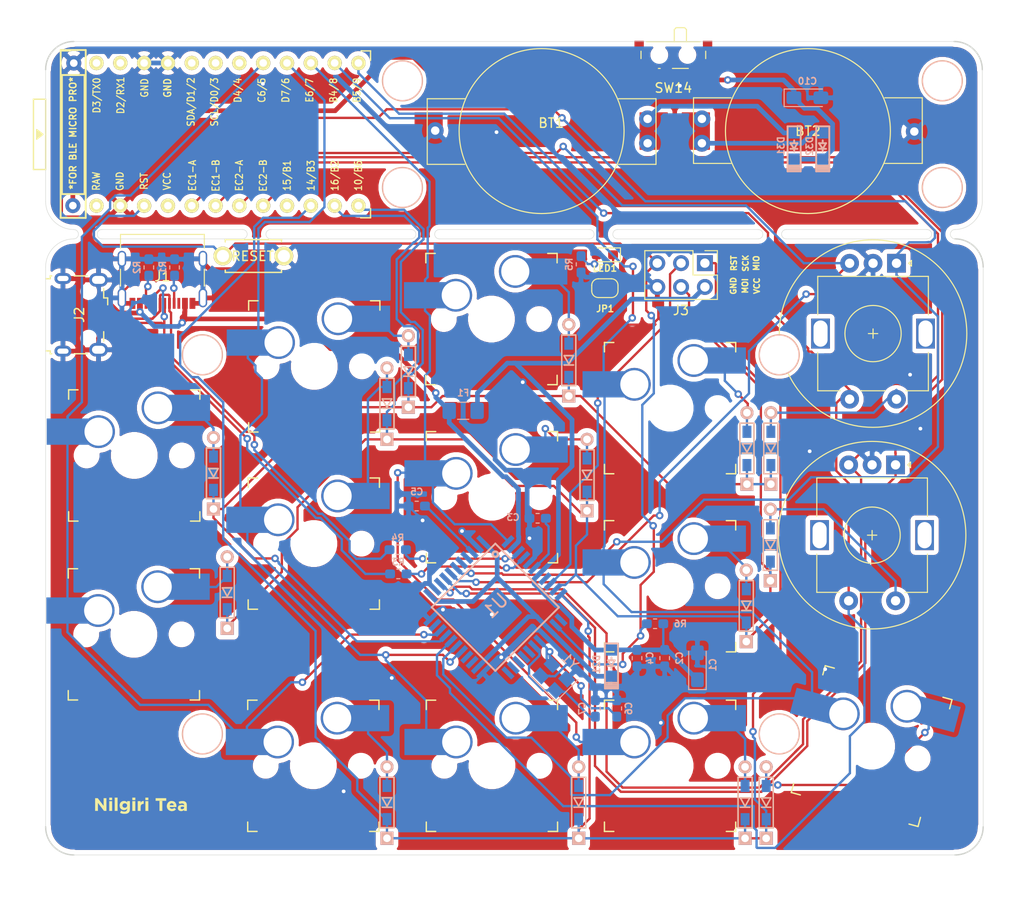
<source format=kicad_pcb>
(kicad_pcb (version 20171130) (host pcbnew "(5.1.4-0-10_14)")
  (layers (0 F.Cu signal) (31 B.Cu signal) (34 B.Paste user) (35 F.Paste user) (36 B.SilkS user) (37 F.SilkS user) (38 B.Mask user) (39 F.Mask user) (44 Edge.Cuts user))
  (net 0 "")
  (net 1 GND)
  (net 2 "Net-(D4-Pad2)")
  (net 3 Col4)
  (net 4 "Net-(D11-Pad2)")
  (net 5 "Net-(D5-Pad2)")
  (net 6 "Net-(D6-Pad2)")
  (net 7 "Net-(D7-Pad2)")
  (net 8 "Net-(D8-Pad2)")
  (net 9 "Net-(D9-Pad2)")
  (net 10 "Net-(D10-Pad2)")
  (net 11 "Net-(D12-Pad2)")
  (net 12 "Net-(D13-Pad2)")
  (net 13 "Net-(D14-Pad2)")
  (net 14 Col0)
  (net 15 Col1)
  (net 16 Col2)
  (net 17 Col3)
  (net 18 RAW)
  (net 19 MISO)
  (net 20 D-)
  (net 21 D+)
  (net 22 "Net-(J1-PadA5)")
  (net 23 "Net-(J1-PadB5)")
  (net 24 SCK)
  (net 25 RESET)
  (net 26 "Net-(LED1-Pad2)")
  (net 27 Row0)
  (net 28 RA1)
  (net 29 RB1)
  (net 30 RB2)
  (net 31 RA2)
  (net 32 "Net-(BT1-Pad1)")
  (net 33 "Net-(BT2-Pad1)")
  (net 34 "Net-(C3-Pad1)")
  (net 35 "Net-(D21-Pad1)")
  (net 36 MOSI)
  (net 37 "Net-(C5-Pad1)")
  (net 38 "Net-(C6-Pad1)")
  (net 39 "Net-(C7-Pad2)")
  (net 40 "Net-(C10-Pad1)")
  (net 41 "Net-(D1-Pad2)")
  (net 42 "Net-(D2-Pad2)")
  (net 43 "Net-(D3-Pad2)")
  (net 44 "Net-(J10-Pad1)")
  (net 45 "Net-(R3-Pad1)")
  (net 46 "Net-(R4-Pad1)")
  (net 47 VCC)
  (net 48 "Net-(JP1-Pad2)")
  (module Crystal:Crystal_SMD_3225-4Pin_3.2x2.5mm (layer B.Cu) (at 140.335 105.283 135)
    (fp_text reference Y1 (at 0 2.45 135) (layer B.SilkS) (effects (justify mirror)))
    (fp_text value 16MHz)
    (pad 4 smd rect (at -1.1 0.85 135) (size 1.4 1.2) (layers B.Cu B.Paste B.Mask) (net 1 GND))
    (pad 3 smd rect (at 1.1 0.85 135) (size 1.4 1.2) (layers B.Cu B.Paste B.Mask) (net 38 "Net-(C6-Pad1)"))
    (pad 2 smd rect (at 1.1 -0.85 135) (size 1.4 1.2) (layers B.Cu B.Paste B.Mask) (net 1 GND))
    (pad 1 smd rect (at -1.1 -0.85 135) (size 1.4 1.2) (layers B.Cu B.Paste B.Mask) (net 39 "Net-(C7-Pad2)"))
  )
  (module nilgiri:CherryMX_Hotswap_v2 (layer F.Cu) (at 174.25 112.6 345)
    (fp_text reference SW12)
    (fp_text value SW_PUSH)
    (pad 2 smd rect (at 5.842 -5.08 345) (size 4.5 2.8) (layers B.Cu) (net 11 "Net-(D12-Pad2)"))
    (pad 1 smd rect (at -7.085 -2.54 345) (size 4.5 2.8) (layers B.Cu) (net 17 Col3))
    (pad "" np_thru_hole circle (at 5.08 0 33.0996) (size 1.75 1.75) (drill 1.75) (layers *.Cu *.Mask))
    (pad "" np_thru_hole circle (at -5.08 0 33.0996) (size 1.75 1.75) (drill 1.75) (layers *.Cu *.Mask))
    (pad "" thru_hole circle (at -3.81 -2.54 345) (size 3.5 3.5) (drill 3) (layers *.Cu *.Mask))
    (pad "" np_thru_hole circle (at 0 0 345) (size 3.9878 3.9878) (drill 3.9878) (layers *.Cu *.Mask))
    (pad "" thru_hole circle (at 2.54 -5.08 345) (size 3.5 3.5) (drill 3) (layers *.Cu *.Mask))
  )
  (module nilgiri:CherryMX_Hotswap_v2 (layer F.Cu) (at 152.75 95.55)
    (fp_text reference SW11)
    (fp_text value SW_PUSH)
    (pad 2 smd rect (at 5.842 -5.08) (size 4.5 2.8) (layers B.Cu) (net 4 "Net-(D11-Pad2)"))
    (pad 1 smd rect (at -7.085 -2.54) (size 4.5 2.8) (layers B.Cu) (net 17 Col3))
    (pad "" np_thru_hole circle (at 5.08 0 48.0996) (size 1.75 1.75) (drill 1.75) (layers *.Cu *.Mask))
    (pad "" np_thru_hole circle (at -5.08 0 48.0996) (size 1.75 1.75) (drill 1.75) (layers *.Cu *.Mask))
    (pad "" thru_hole circle (at -3.81 -2.54) (size 3.5 3.5) (drill 3) (layers *.Cu *.Mask))
    (pad "" np_thru_hole circle (at 0 0) (size 3.9878 3.9878) (drill 3.9878) (layers *.Cu *.Mask))
    (pad "" thru_hole circle (at 2.54 -5.08) (size 3.5 3.5) (drill 3) (layers *.Cu *.Mask))
  )
  (module nilgiri:CherryMX_Hotswap_v2 (layer F.Cu) (at 152.75 76.55)
    (fp_text reference SW10)
    (fp_text value SW_PUSH)
    (pad 2 smd rect (at 5.842 -5.08) (size 4.5 2.8) (layers B.Cu) (net 10 "Net-(D10-Pad2)"))
    (pad 1 smd rect (at -7.085 -2.54) (size 4.5 2.8) (layers B.Cu) (net 17 Col3))
    (pad "" np_thru_hole circle (at 5.08 0 48.0996) (size 1.75 1.75) (drill 1.75) (layers *.Cu *.Mask))
    (pad "" np_thru_hole circle (at -5.08 0 48.0996) (size 1.75 1.75) (drill 1.75) (layers *.Cu *.Mask))
    (pad "" thru_hole circle (at -3.81 -2.54) (size 3.5 3.5) (drill 3) (layers *.Cu *.Mask))
    (pad "" np_thru_hole circle (at 0 0) (size 3.9878 3.9878) (drill 3.9878) (layers *.Cu *.Mask))
    (pad "" thru_hole circle (at 2.54 -5.08) (size 3.5 3.5) (drill 3) (layers *.Cu *.Mask))
  )
  (module nilgiri:CherryMX_Hotswap_v2 (layer F.Cu) (at 152.75 114.7)
    (fp_text reference SW9)
    (fp_text value SW_PUSH)
    (pad 2 smd rect (at 5.842 -5.08) (size 4.5 2.8) (layers B.Cu) (net 9 "Net-(D9-Pad2)"))
    (pad 1 smd rect (at -7.085 -2.54) (size 4.5 2.8) (layers B.Cu) (net 16 Col2))
    (pad "" np_thru_hole circle (at 5.08 0 48.0996) (size 1.75 1.75) (drill 1.75) (layers *.Cu *.Mask))
    (pad "" np_thru_hole circle (at -5.08 0 48.0996) (size 1.75 1.75) (drill 1.75) (layers *.Cu *.Mask))
    (pad "" thru_hole circle (at -3.81 -2.54) (size 3.5 3.5) (drill 3) (layers *.Cu *.Mask))
    (pad "" np_thru_hole circle (at 0 0) (size 3.9878 3.9878) (drill 3.9878) (layers *.Cu *.Mask))
    (pad "" thru_hole circle (at 2.54 -5.08) (size 3.5 3.5) (drill 3) (layers *.Cu *.Mask))
  )
  (module nilgiri:CherryMX_Hotswap_v2 (layer F.Cu) (at 133.75 86.05)
    (fp_text reference SW8)
    (fp_text value SW_PUSH)
    (pad 2 smd rect (at 5.842 -5.08) (size 4.5 2.8) (layers B.Cu) (net 8 "Net-(D8-Pad2)"))
    (pad 1 smd rect (at -7.085 -2.54) (size 4.5 2.8) (layers B.Cu) (net 16 Col2))
    (pad "" np_thru_hole circle (at 5.08 0 48.0996) (size 1.75 1.75) (drill 1.75) (layers *.Cu *.Mask))
    (pad "" np_thru_hole circle (at -5.08 0 48.0996) (size 1.75 1.75) (drill 1.75) (layers *.Cu *.Mask))
    (pad "" thru_hole circle (at -3.81 -2.54) (size 3.5 3.5) (drill 3) (layers *.Cu *.Mask))
    (pad "" np_thru_hole circle (at 0 0) (size 3.9878 3.9878) (drill 3.9878) (layers *.Cu *.Mask))
    (pad "" thru_hole circle (at 2.54 -5.08) (size 3.5 3.5) (drill 3) (layers *.Cu *.Mask))
  )
  (module nilgiri:CherryMX_Hotswap_v2 (layer F.Cu) (at 133.7 67.05)
    (fp_text reference SW7)
    (fp_text value SW_PUSH)
    (pad 2 smd rect (at 5.842 -5.08) (size 4.5 2.8) (layers B.Cu) (net 7 "Net-(D7-Pad2)"))
    (pad 1 smd rect (at -7.085 -2.54) (size 4.5 2.8) (layers B.Cu) (net 16 Col2))
    (pad "" np_thru_hole circle (at 5.08 0 48.0996) (size 1.75 1.75) (drill 1.75) (layers *.Cu *.Mask))
    (pad "" np_thru_hole circle (at -5.08 0 48.0996) (size 1.75 1.75) (drill 1.75) (layers *.Cu *.Mask))
    (pad "" thru_hole circle (at -3.81 -2.54) (size 3.5 3.5) (drill 3) (layers *.Cu *.Mask))
    (pad "" np_thru_hole circle (at 0 0) (size 3.9878 3.9878) (drill 3.9878) (layers *.Cu *.Mask))
    (pad "" thru_hole circle (at 2.54 -5.08) (size 3.5 3.5) (drill 3) (layers *.Cu *.Mask))
  )
  (module nilgiri:CherryMX_Hotswap_v2 (layer F.Cu) (at 133.75 114.7)
    (fp_text reference SW6)
    (fp_text value SW_PUSH)
    (pad 2 smd rect (at 5.842 -5.08) (size 4.5 2.8) (layers B.Cu) (net 6 "Net-(D6-Pad2)"))
    (pad 1 smd rect (at -7.085 -2.54) (size 4.5 2.8) (layers B.Cu) (net 15 Col1))
    (pad "" np_thru_hole circle (at 5.08 0 48.0996) (size 1.75 1.75) (drill 1.75) (layers *.Cu *.Mask))
    (pad "" np_thru_hole circle (at -5.08 0 48.0996) (size 1.75 1.75) (drill 1.75) (layers *.Cu *.Mask))
    (pad "" thru_hole circle (at -3.81 -2.54) (size 3.5 3.5) (drill 3) (layers *.Cu *.Mask))
    (pad "" np_thru_hole circle (at 0 0) (size 3.9878 3.9878) (drill 3.9878) (layers *.Cu *.Mask))
    (pad "" thru_hole circle (at 2.54 -5.08) (size 3.5 3.5) (drill 3) (layers *.Cu *.Mask))
  )
  (module nilgiri:CherryMX_Hotswap_v2 (layer F.Cu) (at 114.75 91)
    (fp_text reference SW5)
    (fp_text value SW_PUSH)
    (pad 2 smd rect (at 5.842 -5.08) (size 4.5 2.8) (layers B.Cu) (net 5 "Net-(D5-Pad2)"))
    (pad 1 smd rect (at -7.085 -2.54) (size 4.5 2.8) (layers B.Cu) (net 15 Col1))
    (pad "" np_thru_hole circle (at 5.08 0 48.0996) (size 1.75 1.75) (drill 1.75) (layers *.Cu *.Mask))
    (pad "" np_thru_hole circle (at -5.08 0 48.0996) (size 1.75 1.75) (drill 1.75) (layers *.Cu *.Mask))
    (pad "" thru_hole circle (at -3.81 -2.54) (size 3.5 3.5) (drill 3) (layers *.Cu *.Mask))
    (pad "" np_thru_hole circle (at 0 0) (size 3.9878 3.9878) (drill 3.9878) (layers *.Cu *.Mask))
    (pad "" thru_hole circle (at 2.54 -5.08) (size 3.5 3.5) (drill 3) (layers *.Cu *.Mask))
  )
  (module nilgiri:CherryMX_Hotswap_v2 (layer F.Cu) (at 114.8 72.1)
    (fp_text reference SW4)
    (fp_text value SW_PUSH)
    (pad 2 smd rect (at 5.842 -5.08) (size 4.5 2.8) (layers B.Cu) (net 2 "Net-(D4-Pad2)"))
    (pad 1 smd rect (at -7.085 -2.54) (size 4.5 2.8) (layers B.Cu) (net 15 Col1))
    (pad "" np_thru_hole circle (at 5.08 0 48.0996) (size 1.75 1.75) (drill 1.75) (layers *.Cu *.Mask))
    (pad "" np_thru_hole circle (at -5.08 0 48.0996) (size 1.75 1.75) (drill 1.75) (layers *.Cu *.Mask))
    (pad "" thru_hole circle (at -3.81 -2.54) (size 3.5 3.5) (drill 3) (layers *.Cu *.Mask))
    (pad "" np_thru_hole circle (at 0 0) (size 3.9878 3.9878) (drill 3.9878) (layers *.Cu *.Mask))
    (pad "" thru_hole circle (at 2.54 -5.08) (size 3.5 3.5) (drill 3) (layers *.Cu *.Mask))
  )
  (module nilgiri:CherryMX_Hotswap_v2 (layer F.Cu) (at 114.7 114.7)
    (fp_text reference SW3)
    (fp_text value SW_PUSH)
    (pad 2 smd rect (at 5.842 -5.08) (size 4.5 2.8) (layers B.Cu) (net 43 "Net-(D3-Pad2)"))
    (pad 1 smd rect (at -7.085 -2.54) (size 4.5 2.8) (layers B.Cu) (net 14 Col0))
    (pad "" np_thru_hole circle (at 5.08 0 48.0996) (size 1.75 1.75) (drill 1.75) (layers *.Cu *.Mask))
    (pad "" np_thru_hole circle (at -5.08 0 48.0996) (size 1.75 1.75) (drill 1.75) (layers *.Cu *.Mask))
    (pad "" thru_hole circle (at -3.81 -2.54) (size 3.5 3.5) (drill 3) (layers *.Cu *.Mask))
    (pad "" np_thru_hole circle (at 0 0) (size 3.9878 3.9878) (drill 3.9878) (layers *.Cu *.Mask))
    (pad "" thru_hole circle (at 2.54 -5.08) (size 3.5 3.5) (drill 3) (layers *.Cu *.Mask))
  )
  (module nilgiri:CherryMX_Hotswap_v2 (layer F.Cu) (at 95.56 100.68)
    (fp_text reference SW2)
    (fp_text value SW_PUSH)
    (pad 2 smd rect (at 5.842 -5.08) (size 4.5 2.8) (layers B.Cu) (net 42 "Net-(D2-Pad2)"))
    (pad 1 smd rect (at -7.085 -2.54) (size 4.5 2.8) (layers B.Cu) (net 14 Col0))
    (pad "" np_thru_hole circle (at 5.08 0 48.0996) (size 1.75 1.75) (drill 1.75) (layers *.Cu *.Mask))
    (pad "" np_thru_hole circle (at -5.08 0 48.0996) (size 1.75 1.75) (drill 1.75) (layers *.Cu *.Mask))
    (pad "" thru_hole circle (at -3.81 -2.54) (size 3.5 3.5) (drill 3) (layers *.Cu *.Mask))
    (pad "" np_thru_hole circle (at 0 0) (size 3.9878 3.9878) (drill 3.9878) (layers *.Cu *.Mask))
    (pad "" thru_hole circle (at 2.54 -5.08) (size 3.5 3.5) (drill 3) (layers *.Cu *.Mask))
  )
  (module nilgiri:CherryMX_Hotswap_v2 (layer F.Cu) (at 95.6 81.6)
    (fp_text reference SW1)
    (fp_text value SW_PUSH)
    (pad 2 smd rect (at 5.842 -5.08) (size 4.5 2.8) (layers B.Cu) (net 41 "Net-(D1-Pad2)"))
    (pad 1 smd rect (at -7.085 -2.54) (size 4.5 2.8) (layers B.Cu) (net 14 Col0))
    (pad "" np_thru_hole circle (at 5.08 0 48.0996) (size 1.75 1.75) (drill 1.75) (layers *.Cu *.Mask))
    (pad "" np_thru_hole circle (at -5.08 0 48.0996) (size 1.75 1.75) (drill 1.75) (layers *.Cu *.Mask))
    (pad "" thru_hole circle (at -3.81 -2.54) (size 3.5 3.5) (drill 3) (layers *.Cu *.Mask))
    (pad "" np_thru_hole circle (at 0 0) (size 3.9878 3.9878) (drill 3.9878) (layers *.Cu *.Mask))
    (pad "" thru_hole circle (at 2.54 -5.08) (size 3.5 3.5) (drill 3) (layers *.Cu *.Mask))
  )
  (module nilgiri:HU1632 (layer F.Cu) (at 167.5 47)
    (fp_text reference BT2 (at -0.046113 0) (layer F.SilkS))
    (fp_text value 3V)
    (pad 1 smd rect (at -12 0) (size 3 4) (layers F.Cu F.Paste F.Mask) (net 33 "Net-(BT2-Pad1)"))
    (pad 2 smd rect (at 12 0) (size 3 4) (layers F.Cu F.Paste F.Mask) (net 1 GND))
    (pad 1 thru_hole circle (at -11.3538 -1.3) (size 1.8 1.8) (drill 0.9) (layers *.Cu *.Mask) (net 33 "Net-(BT2-Pad1)"))
    (pad 1 thru_hole circle (at -11.3538 1.3) (size 1.8 1.8) (drill 0.9) (layers *.Cu *.Mask) (net 33 "Net-(BT2-Pad1)"))
    (pad 2 thru_hole circle (at 11.3 0.05) (size 1.8 1.8) (drill 0.9) (layers *.Cu *.Mask) (net 1 GND))
  )
  (module nilgiri:D3_TH_SMD (layer B.Cu) (at 143.891 83.693 90)
    (fp_text reference D8 hide)
    (fp_text value 1N4148W hide)
    (pad 2 smd rect (at 1.775 0 90) (size 1.3 0.95) (layers B.Cu B.Paste B.Mask) (net 8 "Net-(D8-Pad2)"))
    (pad 2 thru_hole circle (at 3.81 0 90) (size 1.397 1.397) (drill 0.8128) (layers *.Cu *.Mask B.SilkS) (net 8 "Net-(D8-Pad2)"))
    (pad 1 thru_hole rect (at -3.81 0 90) (size 1.397 1.397) (drill 0.8128) (layers *.Cu *.Mask B.SilkS) (net 36 MOSI))
    (pad 1 smd rect (at -1.775 0 90) (size 1.3 0.95) (layers B.Cu B.Paste B.Mask) (net 36 MOSI))
  )
  (module nilgiri:HU1632 (layer F.Cu) (at 139 47 180)
    (fp_text reference BT1 (at -1.0628 0.8556) (layer F.SilkS))
    (fp_text value 3V)
    (pad 1 smd rect (at -12 0 180) (size 3 4) (layers F.Cu F.Paste F.Mask) (net 32 "Net-(BT1-Pad1)"))
    (pad 2 smd rect (at 12 0 180) (size 3 4) (layers F.Cu F.Paste F.Mask) (net 1 GND))
    (pad 1 thru_hole circle (at -11.3538 -1.3 180) (size 1.8 1.8) (drill 0.9) (layers *.Cu *.Mask) (net 32 "Net-(BT1-Pad1)"))
    (pad 1 thru_hole circle (at -11.3538 1.3 180) (size 1.8 1.8) (drill 0.9) (layers *.Cu *.Mask) (net 32 "Net-(BT1-Pad1)"))
    (pad 2 thru_hole circle (at 11.3 0.05 180) (size 1.8 1.8) (drill 0.9) (layers *.Cu *.Mask) (net 1 GND))
  )
  (module LED_SMD:LED_0603_1608Metric_Pad1.05x0.95mm_HandSolder (layer F.Cu) (at 145.796 60.198 180)
    (fp_text reference LED1 (at 0 -1.43) (layer F.SilkS) (effects (font (size 0.7 0.7))))
    (fp_text value PWR)
    (pad 2 smd roundrect (at 0.875 0 180) (size 1.05 0.95) (layers F.Cu F.Paste F.Mask) (net 26 "Net-(LED1-Pad2)"))
    (pad 1 smd roundrect (at -0.875 0 180) (size 1.05 0.95) (layers F.Cu F.Paste F.Mask) (net 48 "Net-(JP1-Pad2)"))
  )
  (module Resistor_SMD:R_0603_1608Metric_Pad1.05x0.95mm_HandSolder (layer B.Cu) (at 143.256 61.214 90)
    (fp_text reference R5 (at 0 -1.27 90) (layer B.SilkS) (effects (font (size 0.7 0.7)) (justify mirror)))
    (fp_text value 1k)
    (pad 2 smd roundrect (at 0.875 0 90) (size 1.05 0.95) (layers B.Cu B.Paste B.Mask) (net 26 "Net-(LED1-Pad2)"))
    (pad 1 smd roundrect (at -0.875 0 90) (size 1.05 0.95) (layers B.Cu B.Paste B.Mask) (net 1 GND))
  )
  (module kbd:ResetSW_1side (layer F.Cu) (at 108.3056 60.325)
    (fp_text reference SW13 hide)
    (fp_text value SW_RESET)
    (fp_text user RESET (at -0.0872 0.021) (layer F.SilkS))
    (pad 2 thru_hole circle (at -3.25 0) (size 2 2) (drill 1.3) (layers *.Cu F.SilkS B.Mask) (net 25 RESET))
    (pad 1 thru_hole circle (at 3.25 0) (size 2 2) (drill 1.3) (layers *.Cu F.SilkS B.Mask) (net 1 GND))
  )
  (module Capacitor_SMD:C_0603_1608Metric_Pad1.05x0.95mm_HandSolder (layer B.Cu) (at 147.066 108.585 90)
    (fp_text reference C6 (at 0 1.27 90) (layer B.SilkS) (effects (font (size 0.7 0.7)) (justify mirror)))
    (fp_text value 22p)
    (pad 2 smd roundrect (at 0.875 0 90) (size 1.05 0.95) (layers B.Cu B.Paste B.Mask) (net 1 GND))
    (pad 1 smd roundrect (at -0.875 0 90) (size 1.05 0.95) (layers B.Cu B.Paste B.Mask) (net 38 "Net-(C6-Pad1)"))
  )
  (module nilgiri:nil_logo (layer F.Cu) (at 94.615 118.999)
    (fp_text reference H99 hide)
    (fp_text value LOGO)
  )
  (module Connector_USB:USB_C_Receptacle_Palconn_UTC16-G (layer F.Cu) (at 98.6028 62.865 180)
    (fp_text reference J1 (at 0 0.35) (layer F.SilkS))
    (fp_text value USB-C)
    (pad S1 thru_hole oval (at -4.32 -1.93 270) (size 2 0.9) (drill oval 1.7 0.6) (layers *.Cu *.Mask) (net 1 GND))
    (pad S1 thru_hole oval (at 4.32 -1.93 270) (size 2 0.9) (drill oval 1.7 0.6) (layers *.Cu *.Mask) (net 1 GND))
    (pad S1 thru_hole oval (at -4.32 2.24 270) (size 1.7 0.9) (drill oval 1.4 0.6) (layers *.Cu *.Mask) (net 1 GND))
    (pad S1 thru_hole oval (at 4.32 2.24 270) (size 1.7 0.9) (drill oval 1.4 0.6) (layers *.Cu *.Mask) (net 1 GND))
    (pad B7 smd rect (at -0.75 -2.51) (size 0.3 1.16) (layers F.Cu F.Paste F.Mask) (net 20 D-))
    (pad A6 smd rect (at -0.25 -2.51) (size 0.3 1.16) (layers F.Cu F.Paste F.Mask) (net 21 D+))
    (pad A7 smd rect (at 0.25 -2.51) (size 0.3 1.16) (layers F.Cu F.Paste F.Mask) (net 20 D-))
    (pad B8 smd rect (at -1.75 -2.51) (size 0.3 1.16) (layers F.Cu F.Paste F.Mask))
    (pad A5 smd rect (at -1.25 -2.51) (size 0.3 1.16) (layers F.Cu F.Paste F.Mask) (net 22 "Net-(J1-PadA5)"))
    (pad A8 smd rect (at 1.25 -2.51) (size 0.3 1.16) (layers F.Cu F.Paste F.Mask))
    (pad B6 smd rect (at 0.75 -2.51) (size 0.3 1.16) (layers F.Cu F.Paste F.Mask) (net 21 D+))
    (pad B5 smd rect (at 1.75 -2.51) (size 0.3 1.16) (layers F.Cu F.Paste F.Mask) (net 23 "Net-(J1-PadB5)"))
    (pad "" np_thru_hole circle (at 2.89 -1.45) (size 0.6 0.6) (drill 0.6) (layers *.Cu *.Mask))
    (pad "" np_thru_hole circle (at -2.89 -1.45) (size 0.6 0.6) (drill 0.6) (layers *.Cu *.Mask))
    (pad A4 smd rect (at -2.4 -2.51 180) (size 0.6 1.16) (layers F.Cu F.Paste F.Mask) (net 18 RAW))
    (pad B9 smd rect (at -2.4 -2.51 180) (size 0.6 1.16) (layers F.Cu F.Paste F.Mask) (net 18 RAW))
    (pad A1 smd rect (at -3.2 -2.51 180) (size 0.6 1.16) (layers F.Cu F.Paste F.Mask) (net 1 GND))
    (pad B12 smd rect (at -3.2 -2.51 180) (size 0.6 1.16) (layers F.Cu F.Paste F.Mask) (net 1 GND))
    (pad B4 smd rect (at 2.4 -2.51 180) (size 0.6 1.16) (layers F.Cu F.Paste F.Mask) (net 18 RAW))
    (pad B1 smd rect (at 3.2 -2.51 180) (size 0.6 1.16) (layers F.Cu F.Paste F.Mask) (net 1 GND))
    (pad A9 smd rect (at 2.4 -2.51 180) (size 0.6 1.16) (layers F.Cu F.Paste F.Mask) (net 18 RAW))
    (pad A12 smd rect (at 3.2 -2.51 180) (size 0.6 1.16) (layers F.Cu F.Paste F.Mask) (net 1 GND))
  )
  (module nilgiri:M2_spacer (layer F.Cu) (at 181.784 41.64)
    (fp_text reference H3 hide)
    (fp_text value MountingHole hide)
    (pad "" np_thru_hole circle (at 0 0) (size 4.1 4.1) (drill 4.1) (layers *.Cu *.Mask))
  )
  (module nilgiri:M2_spacer (layer F.Cu) (at 181.784 53.02)
    (fp_text reference H4 hide)
    (fp_text value MountingHole hide)
    (pad "" np_thru_hole circle (at 0 0) (size 4.1 4.1) (drill 4.1) (layers *.Cu *.Mask))
  )
  (module nilgiri:M2_spacer (layer F.Cu) (at 124.206 41.64)
    (fp_text reference H1 hide)
    (fp_text value MountingHole hide)
    (pad "" np_thru_hole circle (at 0 0) (size 4.1 4.1) (drill 4.1) (layers *.Cu *.Mask))
  )
  (module "nilgiri:Hole 0.8mm" (layer F.Cu) (at 89.15 39.75)
    (fp_text reference J11 hide)
    (fp_text value BAT-)
    (pad 1 thru_hole circle (at 0 0) (size 1.6002 1.6002) (drill 0.8128) (layers *.Cu *.Mask) (net 1 GND))
  )
  (module nilgiri:M2_spacer (layer F.Cu) (at 124.206 53.02)
    (fp_text reference H2 hide)
    (fp_text value MountingHole hide)
    (pad "" np_thru_hole circle (at 0 0) (size 4.1 4.1) (drill 4.1) (layers *.Cu *.Mask))
  )
  (module "nilgiri:Hole 0.8mm" (layer F.Cu) (at 89.05 54.95)
    (fp_text reference J10 hide)
    (fp_text value BAT+)
    (pad 1 thru_hole circle (at 0 0) (size 1.6002 1.6002) (drill 0.8128) (layers *.Cu *.Mask) (net 44 "Net-(J10-Pad1)"))
  )
  (module Keebio:D_SOD123F (layer B.Cu) (at 165.984 48.594 90)
    (fp_text reference D31 (at 0 -1.4 270) (layer B.SilkS) (effects (font (size 0.7 0.7)) (justify mirror)))
    (fp_text value MBR120 hide)
    (pad 2 smd rect (at 1.4 0 90) (size 1.2 1.2) (layers B.Cu B.Paste B.Mask) (net 32 "Net-(BT1-Pad1)"))
    (pad 1 smd rect (at -1.4 0 90) (size 1.2 1.2) (layers B.Cu B.Paste B.Mask) (net 40 "Net-(C10-Pad1)"))
  )
  (module Capacitor_Tantalum_SMD:CP_EIA-3216-10_Kemet-I_Pad1.58x1.35mm_HandSolder (layer B.Cu) (at 167.4 43.45)
    (fp_text reference C10 (at 0 -1.778) (layer B.SilkS) (effects (font (size 0.7 0.7)) (justify mirror)))
    (fp_text value 10u)
    (pad 1 smd roundrect (at -1.4375 0) (size 1.575 1.35) (layers B.Cu B.Paste B.Mask) (roundrect_rratio 0.185185) (net 40 "Net-(C10-Pad1)"))
    (pad 2 smd roundrect (at 1.4375 0) (size 1.575 1.35) (layers B.Cu B.Paste B.Mask) (roundrect_rratio 0.185185) (net 1 GND))
  )
  (module Keebio:D_SOD123F (layer B.Cu) (at 169.032 48.594 90)
    (fp_text reference D32 (at 0 -1.4 270) (layer B.SilkS) (effects (font (size 0.7 0.7)) (justify mirror)))
    (fp_text value MBR120 hide)
    (pad 2 smd rect (at 1.4 0 90) (size 1.2 1.2) (layers B.Cu B.Paste B.Mask) (net 33 "Net-(BT2-Pad1)"))
    (pad 1 smd rect (at -1.4 0 90) (size 1.2 1.2) (layers B.Cu B.Paste B.Mask) (net 40 "Net-(C10-Pad1)"))
  )
  (module kbd:ProMicro_v3 (layer F.Cu) (at 106.05 47.35 90)
    (fp_text reference U2 hide)
    (fp_text value ProMicro hide)
    (fp_text user GND (at -5.0018 -11.9789 90 unlocked) (layer F.SilkS) (effects (font (size 0.75 0.67) (thickness 0.125))))
    (fp_text user B4/8 (at 4.705 10.8 90 unlocked) (layer F.SilkS) (effects (font (size 0.75 0.67) (thickness 0.125))))
    (fp_text user D2/RX1 (at 4.155 -11.9 90 unlocked) (layer F.SilkS) (effects (font (size 0.75 0.67) (thickness 0.125))))
    (fp_text user B5/9 (at 4.705 13.3 90 unlocked) (layer F.SilkS) (effects (font (size 0.75 0.67) (thickness 0.125))))
    (fp_text user C6/5 (at 4.705 3.15 90 unlocked) (layer F.SilkS) (effects (font (size 0.75 0.67) (thickness 0.125))))
    (fp_text user SCL/D0/3 (at 3.455 -1.9 90 unlocked) (layer F.SilkS) (effects (font (size 0.75 0.67) (thickness 0.125))))
    (fp_text user SDA/D1/2 (at 3.455 -4.4 90 unlocked) (layer F.SilkS) (effects (font (size 0.75 0.67) (thickness 0.125))))
    (fp_text user D4/4 (at 4.705 0.6 90 unlocked) (layer F.SilkS) (effects (font (size 0.75 0.67) (thickness 0.125))))
    (fp_text user D3/TX0 (at 4.155 -14.45 90 unlocked) (layer F.SilkS) (effects (font (size 0.75 0.67) (thickness 0.125))))
    (fp_text user GND (at 4.955 -6.9 90 unlocked) (layer F.SilkS) (effects (font (size 0.75 0.67) (thickness 0.125))))
    (fp_text user GND (at 4.955 -9.35 90 unlocked) (layer F.SilkS) (effects (font (size 0.75 0.67) (thickness 0.125))))
    (fp_text user D7/6 (at 4.705 5.7 90 unlocked) (layer F.SilkS) (effects (font (size 0.75 0.67) (thickness 0.125))))
    (fp_text user E6/7 (at 4.705 8.25 90 unlocked) (layer F.SilkS) (effects (font (size 0.75 0.67) (thickness 0.125))))
    (fp_text user 16/B2 (at -4.395 10.95 90 unlocked) (layer F.SilkS) (effects (font (size 0.75 0.67) (thickness 0.125))))
    (fp_text user 10/B6 (at -4.395 13.45 90 unlocked) (layer F.SilkS) (effects (font (size 0.75 0.67) (thickness 0.125))))
    (fp_text user 14/B3 (at -4.395 8.4 90 unlocked) (layer F.SilkS) (effects (font (size 0.75 0.67) (thickness 0.125))))
    (fp_text user 15/B1 (at -4.395 5.85 90 unlocked) (layer F.SilkS) (effects (font (size 0.75 0.67) (thickness 0.125))))
    (fp_text user EC2-B (at -4.395 3.3 90 unlocked) (layer F.SilkS) (effects (font (size 0.75 0.67) (thickness 0.125))))
    (fp_text user EC2-A (at -4.395 0.75 90 unlocked) (layer F.SilkS) (effects (font (size 0.75 0.67) (thickness 0.125))))
    (fp_text user EC1-B (at -4.395 -1.75 90 unlocked) (layer F.SilkS) (effects (font (size 0.75 0.67) (thickness 0.125))))
    (fp_text user EC1-A (at -4.395 -4.25 90 unlocked) (layer F.SilkS) (effects (font (size 0.75 0.67) (thickness 0.125))))
    (fp_text user VCC (at -4.995 -6.95 90 unlocked) (layer F.SilkS) (effects (font (size 0.75 0.67) (thickness 0.125))))
    (fp_text user RST (at -4.995 -9.4 90 unlocked) (layer F.SilkS) (effects (font (size 0.75 0.67) (thickness 0.125))))
    (fp_text user GND (at 4.955 -6.9 90 unlocked) (layer F.SilkS) (effects (font (size 0.75 0.67) (thickness 0.125))))
    (fp_text user RAW (at -4.995 -14.5 90 unlocked) (layer F.SilkS) (effects (font (size 0.75 0.67) (thickness 0.125))))
    (pad 1 thru_hole circle (at 7.6114 -14.478 90) (size 1.524 1.524) (drill 0.8128) (layers *.Cu F.SilkS B.Mask))
    (pad 2 thru_hole circle (at 7.6114 -11.938 90) (size 1.524 1.524) (drill 0.8128) (layers *.Cu F.SilkS B.Mask))
    (pad 3 thru_hole circle (at 7.6114 -9.398 90) (size 1.524 1.524) (drill 0.8128) (layers *.Cu F.SilkS B.Mask) (net 1 GND))
    (pad 4 thru_hole circle (at 7.6114 -6.858 90) (size 1.524 1.524) (drill 0.8128) (layers *.Cu F.SilkS B.Mask) (net 1 GND))
    (pad 5 thru_hole circle (at 7.6114 -4.318 90) (size 1.524 1.524) (drill 0.8128) (layers *.Cu F.SilkS B.Mask))
    (pad 6 thru_hole circle (at 7.6114 -1.778 90) (size 1.524 1.524) (drill 0.8128) (layers *.Cu F.SilkS B.Mask))
    (pad 7 thru_hole circle (at 7.6114 0.762 90) (size 1.524 1.524) (drill 0.8128) (layers *.Cu F.SilkS B.Mask))
    (pad 8 thru_hole circle (at 7.6114 3.302 90) (size 1.524 1.524) (drill 0.8128) (layers *.Cu F.SilkS B.Mask) (net 14 Col0))
    (pad 9 thru_hole circle (at 7.6114 5.842 90) (size 1.524 1.524) (drill 0.8128) (layers *.Cu F.SilkS B.Mask) (net 15 Col1))
    (pad 10 thru_hole circle (at 7.6114 8.382 90) (size 1.524 1.524) (drill 0.8128) (layers *.Cu F.SilkS B.Mask) (net 16 Col2))
    (pad 11 thru_hole circle (at 7.6114 10.922 90) (size 1.524 1.524) (drill 0.8128) (layers *.Cu F.SilkS B.Mask) (net 17 Col3))
    (pad 12 thru_hole circle (at 7.6114 13.462 90) (size 1.524 1.524) (drill 0.8128) (layers *.Cu F.SilkS B.Mask) (net 3 Col4))
    (pad 13 thru_hole circle (at -7.6086 13.462 90) (size 1.524 1.524) (drill 0.8128) (layers *.Cu F.SilkS B.Mask) (net 27 Row0))
    (pad 14 thru_hole circle (at -7.6086 10.922 90) (size 1.524 1.524) (drill 0.8128) (layers *.Cu F.SilkS B.Mask) (net 36 MOSI))
    (pad 15 thru_hole circle (at -7.6086 8.382 90) (size 1.524 1.524) (drill 0.8128) (layers *.Cu F.SilkS B.Mask) (net 19 MISO))
    (pad 16 thru_hole circle (at -7.6086 5.842 90) (size 1.524 1.524) (drill 0.8128) (layers *.Cu F.SilkS B.Mask))
    (pad 17 thru_hole circle (at -7.6086 3.302 90) (size 1.524 1.524) (drill 0.8128) (layers *.Cu F.SilkS B.Mask) (net 30 RB2))
    (pad 18 thru_hole circle (at -7.6086 0.762 90) (size 1.524 1.524) (drill 0.8128) (layers *.Cu F.SilkS B.Mask) (net 31 RA2))
    (pad 19 thru_hole circle (at -7.6086 -1.778 90) (size 1.524 1.524) (drill 0.8128) (layers *.Cu F.SilkS B.Mask) (net 29 RB1))
    (pad 20 thru_hole circle (at -7.6086 -4.318 90) (size 1.524 1.524) (drill 0.8128) (layers *.Cu F.SilkS B.Mask) (net 28 RA1))
    (pad 21 thru_hole circle (at -7.6086 -6.858 90) (size 1.524 1.524) (drill 0.8128) (layers *.Cu F.SilkS B.Mask))
    (pad 22 thru_hole circle (at -7.6086 -9.398 90) (size 1.524 1.524) (drill 0.8128) (layers *.Cu F.SilkS B.Mask) (net 25 RESET))
    (pad 23 thru_hole circle (at -7.6086 -11.938 90) (size 1.524 1.524) (drill 0.8128) (layers *.Cu F.SilkS B.Mask) (net 1 GND))
    (pad 24 thru_hole circle (at -7.6086 -14.478 90) (size 1.524 1.524) (drill 0.8128) (layers *.Cu F.SilkS B.Mask))
  )
  (module Button_Switch_SMD:SW_SPDT_PCM12 (layer F.Cu) (at 153.1 39.2 180)
    (fp_text reference SW14 (at 0 -3.2) (layer F.SilkS))
    (fp_text value PWR)
    (pad "" smd rect (at -3.65 -0.78 180) (size 1 0.8) (layers F.Cu F.Paste F.Mask))
    (pad "" smd rect (at 3.65 -0.78 180) (size 1 0.8) (layers F.Cu F.Paste F.Mask))
    (pad "" smd rect (at 3.65 1.43 180) (size 1 0.8) (layers F.Cu F.Paste F.Mask))
    (pad "" smd rect (at -3.65 1.43 180) (size 1 0.8) (layers F.Cu F.Paste F.Mask))
    (pad 3 smd rect (at 2.25 -1.43 180) (size 0.7 1.5) (layers F.Cu F.Paste F.Mask))
    (pad 2 smd rect (at 0.75 -1.43 180) (size 0.7 1.5) (layers F.Cu F.Paste F.Mask) (net 44 "Net-(J10-Pad1)"))
    (pad 1 smd rect (at -2.25 -1.43 180) (size 0.7 1.5) (layers F.Cu F.Paste F.Mask) (net 40 "Net-(C10-Pad1)"))
    (pad "" np_thru_hole circle (at 1.5 0.33 180) (size 0.9 0.9) (drill 0.9) (layers *.Cu *.Mask))
    (pad "" np_thru_hole circle (at -1.5 0.33 180) (size 0.9 0.9) (drill 0.9) (layers *.Cu *.Mask))
  )
  (module nilgiri:M2_spacer (layer F.Cu) (at 164.3888 111.3028)
    (fp_text reference H8 hide)
    (fp_text value MountingHole hide)
    (pad "" np_thru_hole circle (at 0 0) (size 4.1 4.1) (drill 4.1) (layers *.Cu *.Mask))
  )
  (module nilgiri:M2_spacer (layer F.Cu) (at 164.3888 70.866)
    (fp_text reference H7 hide)
    (fp_text value MountingHole hide)
    (pad "" np_thru_hole circle (at 0 0) (size 4.1 4.1) (drill 4.1) (layers *.Cu *.Mask))
  )
  (module nilgiri:M2_spacer (layer F.Cu) (at 102.87 111.3028)
    (fp_text reference H6 hide)
    (fp_text value MountingHole hide)
    (pad "" np_thru_hole circle (at 0 0) (size 4.1 4.1) (drill 4.1) (layers *.Cu *.Mask))
  )
  (module nilgiri:M2_spacer (layer F.Cu) (at 102.87 70.866)
    (fp_text reference H5 hide)
    (fp_text value MountingHole hide)
    (pad "" np_thru_hole circle (at 0 0) (size 4.1 4.1) (drill 4.1) (layers *.Cu *.Mask))
  )
  (module Connector_USB:USB_Micro-B_Wuerth_629105150521 (layer F.Cu) (at 89.9414 66.5988 270)
    (fp_text reference J2 (at 0 0.1975 90) (layer F.SilkS))
    (fp_text value USB_B_Micro)
    (pad 1 smd rect (at -1.3 -1.9 270) (size 0.45 1.3) (layers F.Cu F.Paste F.Mask) (net 18 RAW))
    (pad 2 smd rect (at -0.65 -1.9 270) (size 0.45 1.3) (layers F.Cu F.Paste F.Mask) (net 20 D-))
    (pad 3 smd rect (at 0 -1.9 270) (size 0.45 1.3) (layers F.Cu F.Paste F.Mask) (net 21 D+))
    (pad 4 smd rect (at 0.65 -1.9 270) (size 0.45 1.3) (layers F.Cu F.Paste F.Mask))
    (pad 5 smd rect (at 1.3 -1.9 270) (size 0.45 1.3) (layers F.Cu F.Paste F.Mask) (net 1 GND))
    (pad 6 thru_hole oval (at -3.725 -1.85 270) (size 1.45 2) (drill oval 0.85 1.4) (layers *.Cu *.Mask) (net 1 GND))
    (pad 6 thru_hole oval (at 3.725 -1.85 270) (size 1.45 2) (drill oval 0.85 1.4) (layers *.Cu *.Mask) (net 1 GND))
    (pad 6 thru_hole oval (at -3.875 1.95 270) (size 1.15 1.8) (drill oval 0.55 1.2) (layers *.Cu *.Mask) (net 1 GND))
    (pad 6 thru_hole oval (at 3.875 1.95 270) (size 1.15 1.8) (drill oval 0.55 1.2) (layers *.Cu *.Mask) (net 1 GND))
    (pad "" np_thru_hole oval (at -2.5 -0.8 270) (size 0.8 0.8) (drill 0.8) (layers *.Cu *.Mask))
    (pad "" np_thru_hole oval (at 2.5 -0.8 270) (size 0.8 0.8) (drill 0.8) (layers *.Cu *.Mask))
  )
  (module Rotary_Encoder:RotaryEncoder_Alps_EC11E-Switch_Vertical_H20mm (layer F.Cu) (at 176.9 61.1 270)
    (fp_text reference EC1 hide)
    (fp_text value EC11E18244A5)
    (pad S1 thru_hole circle (at 14.5 5 270) (size 2 2) (drill 1) (layers *.Cu *.Mask) (net 3 Col4))
    (pad S2 thru_hole circle (at 14.5 0 270) (size 2 2) (drill 1) (layers *.Cu *.Mask) (net 12 "Net-(D13-Pad2)"))
    (pad MP thru_hole rect (at 7.5 8.1 270) (size 3.2 2) (drill oval 2.8 1.5) (layers *.Cu *.Mask))
    (pad MP thru_hole rect (at 7.5 -3.1 270) (size 3.2 2) (drill oval 2.8 1.5) (layers *.Cu *.Mask))
    (pad B thru_hole circle (at 0 5 270) (size 2 2) (drill 1) (layers *.Cu *.Mask) (net 29 RB1))
    (pad C thru_hole circle (at 0 2.5 270) (size 2 2) (drill 1) (layers *.Cu *.Mask) (net 1 GND))
    (pad A thru_hole rect (at 0 0 270) (size 2 2) (drill 1) (layers *.Cu *.Mask) (net 28 RA1))
  )
  (module Capacitor_SMD:C_0603_1608Metric_Pad1.05x0.95mm_HandSolder (layer B.Cu) (at 138.625 88.3 180)
    (fp_text reference C3 (at 2.625 0.1 180) (layer B.SilkS) (effects (font (size 0.7 0.7)) (justify mirror)))
    (fp_text value 1u)
    (pad 2 smd roundrect (at 0.875 0 180) (size 1.05 0.95) (layers B.Cu B.Paste B.Mask) (net 1 GND))
    (pad 1 smd roundrect (at -0.875 0 180) (size 1.05 0.95) (layers B.Cu B.Paste B.Mask) (net 34 "Net-(C3-Pad1)"))
  )
  (module Resistor_SMD:R_0603_1608Metric_Pad1.05x0.95mm_HandSolder (layer B.Cu) (at 123.7615 94.234 180)
    (fp_text reference R3 (at -0.005 1.27) (layer B.SilkS) (effects (font (size 0.7 0.7)) (justify mirror)))
    (fp_text value 22)
    (pad 2 smd roundrect (at 0.875 0 180) (size 1.05 0.95) (layers B.Cu B.Paste B.Mask) (net 21 D+))
    (pad 1 smd roundrect (at -0.875 0 180) (size 1.05 0.95) (layers B.Cu B.Paste B.Mask) (net 45 "Net-(R3-Pad1)"))
  )
  (module Keebio:ATMEGA32U4-AU (layer B.Cu) (at 134.112 97.79 225)
    (fp_text reference U1 (at -0.15 0.1 45) (layer B.SilkS) (effects (font (size 1.4 1.4) (thickness 0.2)) (justify mirror)))
    (fp_text value ATmega32U4-AU hide)
    (pad 44 smd rect (at -4 5.9 225) (size 0.5 1.5) (layers B.Cu B.Paste B.Mask) (net 35 "Net-(D21-Pad1)"))
    (pad 43 smd rect (at -3.2 5.9 225) (size 0.5 1.5) (layers B.Cu B.Paste B.Mask) (net 1 GND))
    (pad 42 smd rect (at -2.4 5.9 225) (size 0.5 1.5) (layers B.Cu B.Paste B.Mask) (net 37 "Net-(C5-Pad1)"))
    (pad 41 smd rect (at -1.6 5.9 225) (size 0.5 1.5) (layers B.Cu B.Paste B.Mask))
    (pad 40 smd rect (at -0.8 5.9 225) (size 0.5 1.5) (layers B.Cu B.Paste B.Mask))
    (pad 39 smd rect (at 0 5.9 225) (size 0.5 1.5) (layers B.Cu B.Paste B.Mask) (net 28 RA1))
    (pad 38 smd rect (at 0.8 5.9 225) (size 0.5 1.5) (layers B.Cu B.Paste B.Mask) (net 29 RB1))
    (pad 37 smd rect (at 1.6 5.9 225) (size 0.5 1.5) (layers B.Cu B.Paste B.Mask) (net 31 RA2))
    (pad 36 smd rect (at 2.4 5.9 225) (size 0.5 1.5) (layers B.Cu B.Paste B.Mask) (net 30 RB2))
    (pad 35 smd rect (at 3.2 5.9 225) (size 0.5 1.5) (layers B.Cu B.Paste B.Mask) (net 1 GND))
    (pad 34 smd rect (at 4 5.9 225) (size 0.5 1.5) (layers B.Cu B.Paste B.Mask) (net 35 "Net-(D21-Pad1)"))
    (pad 33 smd rect (at 5.9 4 225) (size 1.5 0.5) (layers B.Cu B.Paste B.Mask) (net 1 GND))
    (pad 32 smd rect (at 5.9 3.2 225) (size 1.5 0.5) (layers B.Cu B.Paste B.Mask))
    (pad 31 smd rect (at 5.9 2.4 225) (size 1.5 0.5) (layers B.Cu B.Paste B.Mask) (net 14 Col0))
    (pad 30 smd rect (at 5.9 1.6 225) (size 1.5 0.5) (layers B.Cu B.Paste B.Mask) (net 27 Row0))
    (pad 29 smd rect (at 5.9 0.8 225) (size 1.5 0.5) (layers B.Cu B.Paste B.Mask) (net 3 Col4))
    (pad 28 smd rect (at 5.9 0 225) (size 1.5 0.5) (layers B.Cu B.Paste B.Mask) (net 17 Col3))
    (pad 27 smd rect (at 5.9 -0.8 225) (size 1.5 0.5) (layers B.Cu B.Paste B.Mask) (net 15 Col1))
    (pad 26 smd rect (at 5.9 -1.6 225) (size 1.5 0.5) (layers B.Cu B.Paste B.Mask))
    (pad 25 smd rect (at 5.9 -2.4 225) (size 1.5 0.5) (layers B.Cu B.Paste B.Mask))
    (pad 24 smd rect (at 5.9 -3.2 225) (size 1.5 0.5) (layers B.Cu B.Paste B.Mask) (net 35 "Net-(D21-Pad1)"))
    (pad 23 smd rect (at 5.9 -4 225) (size 1.5 0.5) (layers B.Cu B.Paste B.Mask) (net 1 GND))
    (pad 22 smd rect (at 4 -5.9 225) (size 0.5 1.5) (layers B.Cu B.Paste B.Mask))
    (pad 21 smd rect (at 3.2 -5.9 225) (size 0.5 1.5) (layers B.Cu B.Paste B.Mask))
    (pad 20 smd rect (at 2.4 -5.9 225) (size 0.5 1.5) (layers B.Cu B.Paste B.Mask))
    (pad 19 smd rect (at 1.6 -5.9 225) (size 0.5 1.5) (layers B.Cu B.Paste B.Mask))
    (pad 18 smd rect (at 0.8 -5.9 225) (size 0.5 1.5) (layers B.Cu B.Paste B.Mask))
    (pad 17 smd rect (at 0 -5.9 225) (size 0.5 1.5) (layers B.Cu B.Paste B.Mask) (net 39 "Net-(C7-Pad2)"))
    (pad 16 smd rect (at -0.8 -5.9 225) (size 0.5 1.5) (layers B.Cu B.Paste B.Mask) (net 38 "Net-(C6-Pad1)"))
    (pad 15 smd rect (at -1.6 -5.9 225) (size 0.5 1.5) (layers B.Cu B.Paste B.Mask) (net 1 GND))
    (pad 14 smd rect (at -2.4 -5.9 225) (size 0.5 1.5) (layers B.Cu B.Paste B.Mask) (net 35 "Net-(D21-Pad1)"))
    (pad 13 smd rect (at -3.2 -5.9 225) (size 0.5 1.5) (layers B.Cu B.Paste B.Mask) (net 25 RESET))
    (pad 12 smd rect (at -4 -5.9 225) (size 0.5 1.5) (layers B.Cu B.Paste B.Mask))
    (pad 11 smd rect (at -5.9 -4 225) (size 1.5 0.5) (layers B.Cu B.Paste B.Mask) (net 19 MISO))
    (pad 10 smd rect (at -5.9 -3.2 225) (size 1.5 0.5) (layers B.Cu B.Paste B.Mask) (net 36 MOSI))
    (pad 9 smd rect (at -5.9 -2.4 225) (size 1.5 0.5) (layers B.Cu B.Paste B.Mask) (net 24 SCK))
    (pad 8 smd rect (at -5.9 -1.6 225) (size 1.5 0.5) (layers B.Cu B.Paste B.Mask))
    (pad 7 smd rect (at -5.9 -0.8 225) (size 1.5 0.5) (layers B.Cu B.Paste B.Mask) (net 47 VCC))
    (pad 6 smd rect (at -5.9 0 225) (size 1.5 0.5) (layers B.Cu B.Paste B.Mask) (net 34 "Net-(C3-Pad1)"))
    (pad 5 smd rect (at -5.9 0.8 225) (size 1.5 0.5) (layers B.Cu B.Paste B.Mask) (net 1 GND))
    (pad 4 smd rect (at -5.9 1.6 225) (size 1.5 0.5) (layers B.Cu B.Paste B.Mask) (net 45 "Net-(R3-Pad1)"))
    (pad 3 smd rect (at -5.9 2.4 225) (size 1.5 0.5) (layers B.Cu B.Paste B.Mask) (net 46 "Net-(R4-Pad1)"))
    (pad 2 smd rect (at -5.9 3.2 225) (size 1.5 0.5) (layers B.Cu B.Paste B.Mask) (net 18 RAW))
    (pad 1 smd rect (at -5.9 4 225) (size 1.5 0.5) (layers B.Cu B.Paste B.Mask) (net 16 Col2))
  )
  (module Resistor_SMD:R_0603_1608Metric_Pad1.05x0.95mm_HandSolder (layer B.Cu) (at 99.8982 61.5442 270)
    (fp_text reference R1 (at 0 1.27 90) (layer B.SilkS) (effects (font (size 0.7 0.7)) (justify mirror)))
    (fp_text value 5.1k)
    (pad 2 smd roundrect (at 0.875 0 270) (size 1.05 0.95) (layers B.Cu B.Paste B.Mask) (net 22 "Net-(J1-PadA5)"))
    (pad 1 smd roundrect (at -0.875 0 270) (size 1.05 0.95) (layers B.Cu B.Paste B.Mask) (net 1 GND))
  )
  (module Rotary_Encoder:RotaryEncoder_Alps_EC11E-Switch_Vertical_H20mm (layer F.Cu) (at 176.8 82.6 270)
    (fp_text reference EC2 hide)
    (fp_text value EC11E18244A5)
    (pad S1 thru_hole circle (at 14.5 5 270) (size 2 2) (drill 1) (layers *.Cu *.Mask) (net 3 Col4))
    (pad S2 thru_hole circle (at 14.5 0 270) (size 2 2) (drill 1) (layers *.Cu *.Mask) (net 13 "Net-(D14-Pad2)"))
    (pad MP thru_hole rect (at 7.5 8.1 270) (size 3.2 2) (drill oval 2.8 1.5) (layers *.Cu *.Mask))
    (pad MP thru_hole rect (at 7.5 -3.1 270) (size 3.2 2) (drill oval 2.8 1.5) (layers *.Cu *.Mask))
    (pad B thru_hole circle (at 0 5 270) (size 2 2) (drill 1) (layers *.Cu *.Mask) (net 30 RB2))
    (pad C thru_hole circle (at 0 2.5 270) (size 2 2) (drill 1) (layers *.Cu *.Mask) (net 1 GND))
    (pad A thru_hole rect (at 0 0 270) (size 2 2) (drill 1) (layers *.Cu *.Mask) (net 31 RA2))
  )
  (module nilgiri:D3_TH_SMD (layer B.Cu) (at 124.841 72.644 90)
    (fp_text reference D4 hide)
    (fp_text value 1N4148W hide)
    (pad 2 smd rect (at 1.775 0 90) (size 1.3 0.95) (layers B.Cu B.Paste B.Mask) (net 2 "Net-(D4-Pad2)"))
    (pad 2 thru_hole circle (at 3.81 0 90) (size 1.397 1.397) (drill 0.8128) (layers *.Cu *.Mask B.SilkS) (net 2 "Net-(D4-Pad2)"))
    (pad 1 thru_hole rect (at -3.81 0 90) (size 1.397 1.397) (drill 0.8128) (layers *.Cu *.Mask B.SilkS) (net 27 Row0))
    (pad 1 smd rect (at -1.775 0 90) (size 1.3 0.95) (layers B.Cu B.Paste B.Mask) (net 27 Row0))
  )
  (module Capacitor_SMD:C_0603_1608Metric_Pad1.05x0.95mm_HandSolder (layer B.Cu) (at 144.78 108.585 270)
    (fp_text reference C7 (at 0 1.397 90) (layer B.SilkS) (effects (font (size 0.7 0.7)) (justify mirror)))
    (fp_text value 22p)
    (pad 2 smd roundrect (at 0.875 0 270) (size 1.05 0.95) (layers B.Cu B.Paste B.Mask) (net 39 "Net-(C7-Pad2)"))
    (pad 1 smd roundrect (at -0.875 0 270) (size 1.05 0.95) (layers B.Cu B.Paste B.Mask) (net 1 GND))
  )
  (module nilgiri:D3_TH_SMD (layer B.Cu) (at 163 118.625 90)
    (fp_text reference D12 hide)
    (fp_text value 1N4148W hide)
    (pad 2 smd rect (at 1.775 0 90) (size 1.3 0.95) (layers B.Cu B.Paste B.Mask) (net 11 "Net-(D12-Pad2)"))
    (pad 2 thru_hole circle (at 3.81 0 90) (size 1.397 1.397) (drill 0.8128) (layers *.Cu *.Mask B.SilkS) (net 11 "Net-(D12-Pad2)"))
    (pad 1 thru_hole rect (at -3.81 0 90) (size 1.397 1.397) (drill 0.8128) (layers *.Cu *.Mask B.SilkS) (net 19 MISO))
    (pad 1 smd rect (at -1.775 0 90) (size 1.3 0.95) (layers B.Cu B.Paste B.Mask) (net 19 MISO))
  )
  (module nilgiri:D3_TH_SMD (layer B.Cu) (at 160.8836 97.6406 90)
    (fp_text reference D11 hide)
    (fp_text value 1N4148W hide)
    (pad 2 smd rect (at 1.775 0 90) (size 1.3 0.95) (layers B.Cu B.Paste B.Mask) (net 4 "Net-(D11-Pad2)"))
    (pad 2 thru_hole circle (at 3.81 0 90) (size 1.397 1.397) (drill 0.8128) (layers *.Cu *.Mask B.SilkS) (net 4 "Net-(D11-Pad2)"))
    (pad 1 thru_hole rect (at -3.81 0 90) (size 1.397 1.397) (drill 0.8128) (layers *.Cu *.Mask B.SilkS) (net 36 MOSI))
    (pad 1 smd rect (at -1.775 0 90) (size 1.3 0.95) (layers B.Cu B.Paste B.Mask) (net 36 MOSI))
  )
  (module nilgiri:D3_TH_SMD (layer B.Cu) (at 160.95 80.85 90)
    (fp_text reference D10 hide)
    (fp_text value 1N4148W hide)
    (pad 2 smd rect (at 1.775 0 90) (size 1.3 0.95) (layers B.Cu B.Paste B.Mask) (net 10 "Net-(D10-Pad2)"))
    (pad 2 thru_hole circle (at 3.81 0 90) (size 1.397 1.397) (drill 0.8128) (layers *.Cu *.Mask B.SilkS) (net 10 "Net-(D10-Pad2)"))
    (pad 1 thru_hole rect (at -3.81 0 90) (size 1.397 1.397) (drill 0.8128) (layers *.Cu *.Mask B.SilkS) (net 27 Row0))
    (pad 1 smd rect (at -1.775 0 90) (size 1.3 0.95) (layers B.Cu B.Paste B.Mask) (net 27 Row0))
  )
  (module nilgiri:D3_TH_SMD (layer B.Cu) (at 160.75 118.625 90)
    (fp_text reference D9 hide)
    (fp_text value 1N4148W hide)
    (pad 2 smd rect (at 1.775 0 90) (size 1.3 0.95) (layers B.Cu B.Paste B.Mask) (net 9 "Net-(D9-Pad2)"))
    (pad 2 thru_hole circle (at 3.81 0 90) (size 1.397 1.397) (drill 0.8128) (layers *.Cu *.Mask B.SilkS) (net 9 "Net-(D9-Pad2)"))
    (pad 1 thru_hole rect (at -3.81 0 90) (size 1.397 1.397) (drill 0.8128) (layers *.Cu *.Mask B.SilkS) (net 19 MISO))
    (pad 1 smd rect (at -1.775 0 90) (size 1.3 0.95) (layers B.Cu B.Paste B.Mask) (net 19 MISO))
  )
  (module nilgiri:D3_TH_SMD (layer B.Cu) (at 141.95 71.45 90)
    (fp_text reference D7 hide)
    (fp_text value 1N4148W hide)
    (pad 2 smd rect (at 1.775 0 90) (size 1.3 0.95) (layers B.Cu B.Paste B.Mask) (net 7 "Net-(D7-Pad2)"))
    (pad 2 thru_hole circle (at 3.81 0 90) (size 1.397 1.397) (drill 0.8128) (layers *.Cu *.Mask B.SilkS) (net 7 "Net-(D7-Pad2)"))
    (pad 1 thru_hole rect (at -3.81 0 90) (size 1.397 1.397) (drill 0.8128) (layers *.Cu *.Mask B.SilkS) (net 27 Row0))
    (pad 1 smd rect (at -1.775 0 90) (size 1.3 0.95) (layers B.Cu B.Paste B.Mask) (net 27 Row0))
  )
  (module nilgiri:D3_TH_SMD (layer B.Cu) (at 163.45 91.15 90)
    (fp_text reference D14 hide)
    (fp_text value 1N4148W hide)
    (pad 2 smd rect (at 1.775 0 90) (size 1.3 0.95) (layers B.Cu B.Paste B.Mask) (net 13 "Net-(D14-Pad2)"))
    (pad 2 thru_hole circle (at 3.81 0 90) (size 1.397 1.397) (drill 0.8128) (layers *.Cu *.Mask B.SilkS) (net 13 "Net-(D14-Pad2)"))
    (pad 1 thru_hole rect (at -3.81 0 90) (size 1.397 1.397) (drill 0.8128) (layers *.Cu *.Mask B.SilkS) (net 36 MOSI))
    (pad 1 smd rect (at -1.775 0 90) (size 1.3 0.95) (layers B.Cu B.Paste B.Mask) (net 36 MOSI))
  )
  (module nilgiri:D3_TH_SMD (layer B.Cu) (at 143.002 118.625 90)
    (fp_text reference D6 hide)
    (fp_text value 1N4148W hide)
    (pad 2 smd rect (at 1.775 0 90) (size 1.3 0.95) (layers B.Cu B.Paste B.Mask) (net 6 "Net-(D6-Pad2)"))
    (pad 2 thru_hole circle (at 3.81 0 90) (size 1.397 1.397) (drill 0.8128) (layers *.Cu *.Mask B.SilkS) (net 6 "Net-(D6-Pad2)"))
    (pad 1 thru_hole rect (at -3.81 0 90) (size 1.397 1.397) (drill 0.8128) (layers *.Cu *.Mask B.SilkS) (net 19 MISO))
    (pad 1 smd rect (at -1.775 0 90) (size 1.3 0.95) (layers B.Cu B.Paste B.Mask) (net 19 MISO))
  )
  (module nilgiri:D3_TH_SMD (layer B.Cu) (at 122.555 76.073 90)
    (fp_text reference D5 hide)
    (fp_text value 1N4148W hide)
    (pad 2 smd rect (at 1.775 0 90) (size 1.3 0.95) (layers B.Cu B.Paste B.Mask) (net 5 "Net-(D5-Pad2)"))
    (pad 2 thru_hole circle (at 3.81 0 90) (size 1.397 1.397) (drill 0.8128) (layers *.Cu *.Mask B.SilkS) (net 5 "Net-(D5-Pad2)"))
    (pad 1 thru_hole rect (at -3.81 0 90) (size 1.397 1.397) (drill 0.8128) (layers *.Cu *.Mask B.SilkS) (net 36 MOSI))
    (pad 1 smd rect (at -1.775 0 90) (size 1.3 0.95) (layers B.Cu B.Paste B.Mask) (net 36 MOSI))
  )
  (module nilgiri:D3_TH_SMD (layer B.Cu) (at 163.5 80.85 90)
    (fp_text reference D13 hide)
    (fp_text value 1N4148W hide)
    (pad 2 smd rect (at 1.775 0 90) (size 1.3 0.95) (layers B.Cu B.Paste B.Mask) (net 12 "Net-(D13-Pad2)"))
    (pad 2 thru_hole circle (at 3.81 0 90) (size 1.397 1.397) (drill 0.8128) (layers *.Cu *.Mask B.SilkS) (net 12 "Net-(D13-Pad2)"))
    (pad 1 thru_hole rect (at -3.81 0 90) (size 1.397 1.397) (drill 0.8128) (layers *.Cu *.Mask B.SilkS) (net 27 Row0))
    (pad 1 smd rect (at -1.775 0 90) (size 1.3 0.95) (layers B.Cu B.Paste B.Mask) (net 27 Row0))
  )
  (module nilgiri:D3_TH_SMD (layer B.Cu) (at 122.555 118.618 90)
    (fp_text reference D3 hide)
    (fp_text value 1N4148W hide)
    (pad 2 smd rect (at 1.775 0 90) (size 1.3 0.95) (layers B.Cu B.Paste B.Mask) (net 43 "Net-(D3-Pad2)"))
    (pad 2 thru_hole circle (at 3.81 0 90) (size 1.397 1.397) (drill 0.8128) (layers *.Cu *.Mask B.SilkS) (net 43 "Net-(D3-Pad2)"))
    (pad 1 thru_hole rect (at -3.81 0 90) (size 1.397 1.397) (drill 0.8128) (layers *.Cu *.Mask B.SilkS) (net 19 MISO))
    (pad 1 smd rect (at -1.775 0 90) (size 1.3 0.95) (layers B.Cu B.Paste B.Mask) (net 19 MISO))
  )
  (module nilgiri:D3_TH_SMD (layer B.Cu) (at 105.5116 96.225 90)
    (fp_text reference D2 hide)
    (fp_text value 1N4148W hide)
    (pad 2 smd rect (at 1.775 0 90) (size 1.3 0.95) (layers B.Cu B.Paste B.Mask) (net 42 "Net-(D2-Pad2)"))
    (pad 2 thru_hole circle (at 3.81 0 90) (size 1.397 1.397) (drill 0.8128) (layers *.Cu *.Mask B.SilkS) (net 42 "Net-(D2-Pad2)"))
    (pad 1 thru_hole rect (at -3.81 0 90) (size 1.397 1.397) (drill 0.8128) (layers *.Cu *.Mask B.SilkS) (net 36 MOSI))
    (pad 1 smd rect (at -1.775 0 90) (size 1.3 0.95) (layers B.Cu B.Paste B.Mask) (net 36 MOSI))
  )
  (module nilgiri:D3_TH_SMD (layer B.Cu) (at 104.05 83.5 90)
    (fp_text reference D1 hide)
    (fp_text value 1N4148W hide)
    (pad 2 smd rect (at 1.775 0 90) (size 1.3 0.95) (layers B.Cu B.Paste B.Mask) (net 41 "Net-(D1-Pad2)"))
    (pad 2 thru_hole circle (at 3.81 0 90) (size 1.397 1.397) (drill 0.8128) (layers *.Cu *.Mask B.SilkS) (net 41 "Net-(D1-Pad2)"))
    (pad 1 thru_hole rect (at -3.81 0 90) (size 1.397 1.397) (drill 0.8128) (layers *.Cu *.Mask B.SilkS) (net 27 Row0))
    (pad 1 smd rect (at -1.775 0 90) (size 1.3 0.95) (layers B.Cu B.Paste B.Mask) (net 27 Row0))
  )
  (module Fuse:Fuse_1206_3216Metric_Pad1.42x1.75mm_HandSolder (layer B.Cu) (at 130.683 76.835 180)
    (fp_text reference F1 (at 0 1.905 180) (layer B.SilkS) (effects (font (size 0.7 0.7)) (justify mirror)))
    (fp_text value 500mA)
    (pad 2 smd roundrect (at 1.4875 0 180) (size 1.425 1.75) (layers B.Cu B.Paste B.Mask) (roundrect_rratio 0.175439) (net 18 RAW))
    (pad 1 smd roundrect (at -1.4875 0 180) (size 1.425 1.75) (layers B.Cu B.Paste B.Mask) (roundrect_rratio 0.175439) (net 47 VCC))
  )
  (module Capacitor_SMD:C_0603_1608Metric_Pad1.05x0.95mm_HandSolder (layer B.Cu) (at 149.225 103.2155 270)
    (fp_text reference C4 (at 0 -1.372 90) (layer B.SilkS) (effects (font (size 0.7 0.7)) (justify mirror)))
    (fp_text value 0.1u)
    (pad 2 smd roundrect (at 0.875 0 270) (size 1.05 0.95) (layers B.Cu B.Paste B.Mask) (net 1 GND))
    (pad 1 smd roundrect (at -0.875 0 270) (size 1.05 0.95) (layers B.Cu B.Paste B.Mask) (net 47 VCC))
  )
  (module Capacitor_SMD:C_0603_1608Metric_Pad1.05x0.95mm_HandSolder (layer B.Cu) (at 152.176 103.2155 270)
    (fp_text reference C2 (at 0 -1.574 90) (layer B.SilkS) (effects (font (size 0.7 0.7)) (justify mirror)))
    (fp_text value 1u)
    (pad 2 smd roundrect (at 0.875 0 270) (size 1.05 0.95) (layers B.Cu B.Paste B.Mask) (net 1 GND))
    (pad 1 smd roundrect (at -0.875 0 270) (size 1.05 0.95) (layers B.Cu B.Paste B.Mask) (net 47 VCC))
  )
  (module Capacitor_Tantalum_SMD:CP_EIA-3216-10_Kemet-I_Pad1.58x1.35mm_HandSolder (layer B.Cu) (at 155.6665 104.0855 90)
    (fp_text reference C1 (at 0.1487 1.6484 90) (layer B.SilkS) (effects (font (size 0.7 0.7)) (justify mirror)))
    (fp_text value 10u)
    (pad 2 smd roundrect (at 1.4375 0 90) (size 1.575 1.35) (layers B.Cu B.Paste B.Mask) (roundrect_rratio 0.185185) (net 1 GND))
    (pad 1 smd roundrect (at -1.4375 0 90) (size 1.575 1.35) (layers B.Cu B.Paste B.Mask) (roundrect_rratio 0.185185) (net 47 VCC))
  )
  (module Capacitor_SMD:C_0603_1608Metric_Pad1.05x0.95mm_HandSolder (layer B.Cu) (at 125.73 86.995 180)
    (fp_text reference C5 (at 0 1.524) (layer B.SilkS) (effects (font (size 0.7 0.7)) (justify mirror)))
    (fp_text value 0.1u)
    (pad 2 smd roundrect (at 0.875 0 180) (size 1.05 0.95) (layers B.Cu B.Paste B.Mask) (net 1 GND))
    (pad 1 smd roundrect (at -0.875 0 180) (size 1.05 0.95) (layers B.Cu B.Paste B.Mask) (net 37 "Net-(C5-Pad1)"))
  )
  (module Connector_PinHeader_2.54mm:PinHeader_2x03_P2.54mm_Vertical (layer F.Cu) (at 156.464 61.087 270)
    (fp_text reference J3 (at 5.033 2.5545 180) (layer F.SilkS))
    (fp_text value ISP)
    (pad 6 thru_hole oval (at 2.54 5.08 270) (size 1.7 1.7) (drill 1) (layers *.Cu *.Mask) (net 1 GND))
    (pad 5 thru_hole oval (at 0 5.08 270) (size 1.7 1.7) (drill 1) (layers *.Cu *.Mask) (net 25 RESET))
    (pad 4 thru_hole oval (at 2.54 2.54 270) (size 1.7 1.7) (drill 1) (layers *.Cu *.Mask) (net 36 MOSI))
    (pad 3 thru_hole oval (at 0 2.54 270) (size 1.7 1.7) (drill 1) (layers *.Cu *.Mask) (net 24 SCK))
    (pad 2 thru_hole oval (at 2.54 0 270) (size 1.7 1.7) (drill 1) (layers *.Cu *.Mask) (net 47 VCC))
    (pad 1 thru_hole rect (at 0 0 270) (size 1.7 1.7) (drill 1) (layers *.Cu *.Mask) (net 19 MISO))
  )
  (module Resistor_SMD:R_0603_1608Metric_Pad1.05x0.95mm_HandSolder (layer B.Cu) (at 123.7 91.65 180)
    (fp_text reference R4 (at 0 1.27) (layer B.SilkS) (effects (font (size 0.7 0.7)) (justify mirror)))
    (fp_text value 22)
    (pad 2 smd roundrect (at 0.875 0 180) (size 1.05 0.95) (layers B.Cu B.Paste B.Mask) (net 20 D-))
    (pad 1 smd roundrect (at -0.875 0 180) (size 1.05 0.95) (layers B.Cu B.Paste B.Mask) (net 46 "Net-(R4-Pad1)"))
  )
  (module Resistor_SMD:R_0603_1608Metric_Pad1.05x0.95mm_HandSolder (layer B.Cu) (at 97.155 61.5442 270)
    (fp_text reference R2 (at 0 1.27 90) (layer B.SilkS) (effects (font (size 0.7 0.7)) (justify mirror)))
    (fp_text value 5.1k)
    (pad 2 smd roundrect (at 0.875 0 270) (size 1.05 0.95) (layers B.Cu B.Paste B.Mask) (net 23 "Net-(J1-PadB5)"))
    (pad 1 smd roundrect (at -0.875 0 270) (size 1.05 0.95) (layers B.Cu B.Paste B.Mask) (net 1 GND))
  )
  (module Resistor_SMD:R_0603_1608Metric_Pad1.05x0.95mm_HandSolder (layer B.Cu) (at 151.15 99.55 180)
    (fp_text reference R6 (at -2.7 0) (layer B.SilkS) (effects (font (size 0.7 0.7)) (justify mirror)))
    (fp_text value 10k)
    (pad 2 smd roundrect (at 0.875 0 180) (size 1.05 0.95) (layers B.Cu B.Paste B.Mask) (net 25 RESET))
    (pad 1 smd roundrect (at -0.875 0 180) (size 1.05 0.95) (layers B.Cu B.Paste B.Mask) (net 47 VCC))
  )
  (module Jumper:SolderJumper-2_P1.3mm_Open_RoundedPad1.0x1.5mm (layer F.Cu) (at 145.796 63.754)
    (fp_text reference JP1 (at 0.029 2.196) (layer F.SilkS) (effects (font (size 0.7 0.7))))
    (fp_text value LED_ENABLE)
    (pad 2 smd custom (at 0.65 0) (size 1 0.5) (layers F.Cu F.Mask) (net 48 "Net-(JP1-Pad2)") (options (clearance outline) (anchor rect)) (primitives (gr_circle (center 0 0.25) (end 0.5 0.25) (width 0)) (gr_circle (center 0 -0.25) (end 0.5 -0.25) (width 0)) (gr_poly (pts (xy 0 -0.75) (xy -0.5 -0.75) (xy -0.5 0.75) (xy 0 0.75)) (width 0))))
    (pad 1 smd custom (at -0.65 0) (size 1 0.5) (layers F.Cu F.Mask) (net 1 GND) (options (clearance outline) (anchor rect)) (primitives (gr_circle (center 0 0.25) (end 0.5 0.25) (width 0)) (gr_circle (center 0 -0.25) (end 0.5 -0.25) (width 0)) (gr_poly (pts (xy 0 -0.75) (xy 0.5 -0.75) (xy 0.5 0.75) (xy 0 0.75)) (width 0))))
  )
  (module Keebio:D_SOD123F (layer B.Cu) (at 146.5 103.75 90)
    (fp_text reference D21 (at -0.136 -1.593 270) (layer B.SilkS) (effects (font (size 0.7 0.7)) (justify mirror)))
    (fp_text value MBR120 hide)
    (pad 1 smd rect (at -1.4 0 90) (size 1.2 1.2) (layers B.Cu B.Paste B.Mask) (net 35 "Net-(D21-Pad1)"))
    (pad 2 smd rect (at 1.4 0 90) (size 1.2 1.2) (layers B.Cu B.Paste B.Mask) (net 47 VCC))
  )
  (gr_circle (center 174.3 90.1) (end 184.3 90.1) (layer F.SilkS) (width 0.12))
  (gr_circle (center 174.4 68.6) (end 184.4 68.6) (layer F.SilkS) (width 0.12))
  (gr_line (start 90.297 41.148) (end 90.297 53.721) (layer F.SilkS) (width 0.2))
  (gr_line (start 87.884 41.021) (end 90.297 41.021) (layer F.SilkS) (width 0.2))
  (gr_line (start 90.424 56.261) (end 87.75 56.25) (layer F.SilkS) (width 0.2))
  (gr_line (start 87.884 41.148) (end 87.884 53.721) (layer F.SilkS) (width 0.2))
  (gr_line (start 90.424 38.354) (end 90.424 56.261) (layer F.SilkS) (width 0.2))
  (gr_line (start 87.757 38.354) (end 90.424 38.354) (layer F.SilkS) (width 0.2))
  (gr_line (start 87.884 53.721) (end 90.297 53.721) (layer F.SilkS) (width 0.2))
  (gr_line (start 87.75 56.25) (end 87.757 38.354) (layer F.SilkS) (width 0.2))
  (gr_text "*FOR BLE MICRO PRO*" (at 89.0651 47.2313 90) (layer F.SilkS) (effects (font (size 0.7 0.7))))
  (gr_line (start 147.145183 57.5) (end 162.145183 57.5) (layer Edge.Cuts) (width 0.05))
  (gr_line (start 165.145183 57.5) (end 180.145183 57.5) (layer Edge.Cuts) (width 0.05))
  (gr_curve (pts (xy 183.146358 57.5) (xy 184.712754 57.5) (xy 186.053305 56.155918) (xy 186.053305 54.501389)) (layer Edge.Cuts) (width 0.05))
  (gr_line (start 128.145183 57.5) (end 144.145183 57.5) (layer Edge.Cuts) (width 0.05))
  (gr_line (start 110.145183 57.5) (end 125.145183 57.5) (layer Edge.Cuts) (width 0.05))
  (gr_line (start 92.145183 57.5) (end 107.145183 57.5) (layer Edge.Cuts) (width 0.05))
  (gr_line (start 186.053305 54.501389) (end 186.053305 40.44424) (layer Edge.Cuts) (width 0.05))
  (gr_arc (start 162.145183 58) (end 162.145183 58.5) (angle -180) (layer Edge.Cuts) (width 0.05))
  (gr_arc (start 165.145183 58) (end 165.145183 57.5) (angle -180) (layer Edge.Cuts) (width 0.05))
  (gr_arc (start 180.145183 58) (end 180.145183 58.5) (angle -180) (layer Edge.Cuts) (width 0.05))
  (gr_arc (start 183.146358 58) (end 183.146358 57.5) (angle -180) (layer Edge.Cuts) (width 0.05))
  (gr_line (start 165.145183 58.5) (end 180.145183 58.5) (layer Edge.Cuts) (width 0.05))
  (gr_arc (start 147.145183 58) (end 147.145183 57.5) (angle -180) (layer Edge.Cuts) (width 0.05))
  (gr_line (start 128.145183 58.5) (end 144.145183 58.5) (layer Edge.Cuts) (width 0.05))
  (gr_arc (start 128.145183 58) (end 128.145183 57.5) (angle -180) (layer Edge.Cuts) (width 0.05))
  (gr_arc (start 144.145183 58) (end 144.145183 58.5) (angle -180) (layer Edge.Cuts) (width 0.05))
  (gr_line (start 147.145183 58.5) (end 162.145183 58.5) (layer Edge.Cuts) (width 0.05))
  (gr_line (start 110.145183 58.5) (end 125.145183 58.5) (layer Edge.Cuts) (width 0.05))
  (gr_arc (start 110.145183 58) (end 110.145183 57.5) (angle -180) (layer Edge.Cuts) (width 0.05))
  (gr_arc (start 125.145183 58) (end 125.145183 58.5) (angle -180) (layer Edge.Cuts) (width 0.05))
  (gr_line (start 92.145183 58.5) (end 107.145183 58.5) (layer Edge.Cuts) (width 0.05))
  (gr_arc (start 107.145183 58) (end 107.145183 58.5) (angle -180) (layer Edge.Cuts) (width 0.05))
  (gr_arc (start 92.145183 58) (end 92.145183 57.5) (angle -180) (layer Edge.Cuts) (width 0.05))
  (gr_arc (start 89.145183 58) (end 89.145183 58.5) (angle -180) (layer Edge.Cuts) (width 0.05))
  (gr_curve (pts (xy 186.144947 61.498611) (xy 186.144969 59.840551) (xy 184.800886 58.5) (xy 183.146358 58.5)) (layer Edge.Cuts) (width 0.15))
  (gr_curve (pts (xy 186.053305 40.44424) (xy 186.053327 38.78618) (xy 184.709244 37.445629) (xy 183.054716 37.445629)) (layer Edge.Cuts) (width 0.15))
  (gr_curve (pts (xy 86.146572 54.501389) (xy 86.146572 56.159449) (xy 87.490655 57.5) (xy 89.145183 57.5)) (layer Edge.Cuts) (width 0.05))
  (gr_curve (pts (xy 89.145183 37.445629) (xy 87.487124 37.445629) (xy 86.146572 38.789711) (xy 86.146572 40.44424)) (layer Edge.Cuts) (width 0.15))
  (gr_line (start 86.146572 54.501389) (end 86.146572 40.44424) (layer Edge.Cuts) (width 0.05))
  (gr_line (start 186.144947 61.498611) (end 186.144947 121.210692) (layer Edge.Cuts) (width 0.05))
  (gr_line (start 86.146572 121.210692) (end 86.146572 61.498611) (layer Edge.Cuts) (width 0.05))
  (gr_line (start 89.145183 37.445629) (end 183.054716 37.445629) (layer Edge.Cuts) (width 0.05))
  (gr_line (start 89.145183 124.209303) (end 183.15 124.209303) (layer Edge.Cuts) (width 0.05))
  (gr_curve (pts (xy 86.146572 121.210692) (xy 86.146572 122.868752) (xy 87.490655 124.209303) (xy 89.145183 124.209303)) (layer Edge.Cuts) (width 0.15))
  (gr_curve (pts (xy 183.146336 124.209303) (xy 184.804396 124.209303) (xy 186.144947 122.865221) (xy 186.144947 121.210692)) (layer Edge.Cuts) (width 0.15))
  (gr_curve (pts (xy 89.145183 58.5) (xy 87.487124 58.5) (xy 86.146572 59.844082) (xy 86.146572 61.498611)) (layer Edge.Cuts) (width 0.05))
  (gr_text GND (at 159.5072 63.508086 90) (layer F.SilkS) (effects (font (size 0.6 0.6))))
  (gr_text VCC (at 162.0072 63.508085 90) (layer F.SilkS) (effects (font (size 0.6 0.6))))
  (gr_text MOI (at 160.7572 63.508085 90) (layer F.SilkS) (effects (font (size 0.6 0.6))))
  (gr_text MIO (at 161.9572 61.093799 90) (layer F.SilkS) (effects (font (size 0.6 0.6))))
  (gr_text SCK (at 160.8072 61.0938 90) (layer F.SilkS) (effects (font (size 0.6 0.6))))
  (gr_text RST (at 159.5572 61.0938 90) (layer F.SilkS) (effects (font (size 0.6 0.6))))
  (segment (start 143.256 62.089) (end 143.755072 62.588072) (width 0.5) (layer B.Cu) (net 1))
  (segment (start 143.755072 62.588072) (end 149.695926 62.588072) (width 0.5) (layer B.Cu) (net 1))
  (segment (start 149.695926 62.588072) (end 150.083999 62.199999) (width 0.5) (layer B.Cu) (net 1))
  (segment (start 150.083999 62.199999) (end 150.083999 62.453999) (width 0.5) (layer B.Cu) (net 1))
  (segment (start 150.083999 60.462999) (end 150.083999 62.199999) (width 0.5) (layer B.Cu) (net 1))
  (segment (start 150.083999 62.199999) (end 150.001383 62.282615) (width 0.5) (layer B.Cu) (net 1))
  (segment (start 150.083999 62.453999) (end 151.13 63.5) (width 0.5) (layer B.Cu) (net 1))
  (segment (start 167.12 62.75) (end 166.762998 62.75) (width 0.5) (layer B.Cu) (net 1))
  (segment (start 167.12 62.75) (end 164.156999 59.786999) (width 0.5) (layer B.Cu) (net 1))
  (segment (start 164.156999 59.786999) (end 150.759999 59.786999) (width 0.5) (layer B.Cu) (net 1))
  (segment (start 150.759999 59.786999) (end 150.083999 60.462999) (width 0.5) (layer B.Cu) (net 1))
  (segment (start 174.3 62.75) (end 167.12 62.75) (width 0.5) (layer B.Cu) (net 1))
  (via (at 133.731 98.552) (size 0.8) (drill 0.4) (layers F.Cu B.Cu) (net 1))
  (via (at 151.765 110.109) (size 0.8) (drill 0.4) (layers F.Cu B.Cu) (net 1))
  (via (at 179.451 78.74) (size 0.8) (drill 0.4) (layers F.Cu B.Cu) (net 1))
  (via (at 178.350001 72.982999) (size 0.8) (drill 0.4) (layers F.Cu B.Cu) (net 1))
  (segment (start 178.350001 72.982999) (end 178.350001 77.135786) (width 0.5) (layer B.Cu) (net 1))
  (via (at 169.291 104.394) (size 0.8) (drill 0.4) (layers F.Cu B.Cu) (net 1))
  (via (at 167.64 81.153) (size 0.8) (drill 0.4) (layers F.Cu B.Cu) (net 1))
  (via (at 134.239 47.117) (size 0.8) (drill 0.4) (layers F.Cu B.Cu) (net 1))
  (segment (start 151.511 63.754) (end 151.511 66.986002) (width 0.25) (layer F.Cu) (net 1))
  (segment (start 145.146 64.601592) (end 145.146 63.754) (width 0.25) (layer F.Cu) (net 1))
  (segment (start 151.511 66.986002) (end 150.843001 67.654001) (width 0.25) (layer F.Cu) (net 1))
  (segment (start 150.843001 67.654001) (end 148.198409 67.654001) (width 0.25) (layer F.Cu) (net 1))
  (segment (start 148.198409 67.654001) (end 145.146 64.601592) (width 0.25) (layer F.Cu) (net 1))
  (segment (start 151.384 63.627) (end 151.511 63.754) (width 0.25) (layer F.Cu) (net 1))
  (segment (start 151.511 66.986002) (end 151.511 63.627) (width 0.25) (layer F.Cu) (net 1))
  (segment (start 95.4028 65.375) (end 94.6028 65.375) (width 0.5) (layer F.Cu) (net 1))
  (segment (start 94.6028 65.375) (end 94.361 65.1332) (width 0.5) (layer F.Cu) (net 1))
  (segment (start 154.89351 106.76051) (end 152.019 103.886) (width 0.5) (layer B.Cu) (net 1))
  (segment (start 155.6665 102.648) (end 156.4415 102.648) (width 0.5) (layer B.Cu) (net 1))
  (segment (start 156.4415 102.648) (end 156.79151 102.99801) (width 0.5) (layer B.Cu) (net 1))
  (segment (start 156.381456 106.76051) (end 154.89351 106.76051) (width 0.5) (layer B.Cu) (net 1))
  (segment (start 156.79151 102.99801) (end 156.79151 106.350456) (width 0.5) (layer B.Cu) (net 1))
  (segment (start 156.79151 106.350456) (end 156.381456 106.76051) (width 0.5) (layer B.Cu) (net 1))
  (segment (start 125.955857 88.109857) (end 124.841 86.995) (width 0.25) (layer B.Cu) (net 1))
  (segment (start 126.355856 88.528144) (end 125.955857 88.128145) (width 0.25) (layer B.Cu) (net 1))
  (segment (start 125.955857 88.128145) (end 125.955857 88.109857) (width 0.25) (layer B.Cu) (net 1))
  (segment (start 136.467315 73.787) (end 137.033 73.787) (width 0.5) (layer B.Cu) (net 1))
  (segment (start 134.089999 82.026001) (end 134.089999 76.164316) (width 0.5) (layer B.Cu) (net 1))
  (segment (start 135.233999 83.170001) (end 134.089999 82.026001) (width 0.5) (layer B.Cu) (net 1))
  (segment (start 134.089999 76.164316) (end 136.467315 73.787) (width 0.5) (layer B.Cu) (net 1))
  (segment (start 137.504999 83.828997) (end 136.846003 83.170001) (width 0.5) (layer B.Cu) (net 1))
  (segment (start 137.504999 87.986287) (end 137.504999 83.828997) (width 0.5) (layer B.Cu) (net 1))
  (segment (start 137.598685 73.787) (end 137.033 73.787) (width 0.5) (layer F.Cu) (net 1))
  (segment (start 137.910712 88.392) (end 137.504999 87.986287) (width 0.5) (layer B.Cu) (net 1))
  (segment (start 136.846003 83.170001) (end 135.233999 83.170001) (width 0.5) (layer B.Cu) (net 1))
  (segment (start 145.146 63.754) (end 145.146 66.239685) (width 0.5) (layer F.Cu) (net 1))
  (segment (start 145.146 66.239685) (end 137.598685 73.787) (width 0.5) (layer F.Cu) (net 1))
  (via (at 137.033 73.787) (size 0.8) (drill 0.4) (layers F.Cu B.Cu) (net 1))
  (segment (start 142.101371 103.516629) (end 139.415301 100.830559) (width 0.5) (layer B.Cu) (net 1))
  (segment (start 142.863371 104.278629) (end 142.101371 103.516629) (width 0.5) (layer B.Cu) (net 1))
  (segment (start 139.946838 105.148391) (end 140.469609 105.148391) (width 0.25) (layer B.Cu) (net 1))
  (segment (start 138.956142 105.106223) (end 139.90467 105.106223) (width 0.25) (layer B.Cu) (net 1))
  (segment (start 139.90467 105.106223) (end 139.946838 105.148391) (width 0.25) (layer B.Cu) (net 1))
  (segment (start 140.469609 105.148391) (end 142.101371 103.516629) (width 0.25) (layer B.Cu) (net 1))
  (segment (start 144.784743 106.200001) (end 142.863371 104.278629) (width 0.5) (layer B.Cu) (net 1))
  (segment (start 141.713858 105.459777) (end 142.863371 104.310264) (width 0.25) (layer B.Cu) (net 1))
  (segment (start 142.863371 104.310264) (end 142.863371 104.278629) (width 0.25) (layer B.Cu) (net 1))
  (segment (start 144.78 107.71) (end 144.78 106.426) (width 0.25) (layer B.Cu) (net 1))
  (segment (start 144.78 106.426) (end 145.005999 106.200001) (width 0.25) (layer B.Cu) (net 1))
  (segment (start 147.740499 106.200001) (end 145.005999 106.200001) (width 0.5) (layer B.Cu) (net 1))
  (segment (start 145.005999 106.200001) (end 144.784743 106.200001) (width 0.5) (layer B.Cu) (net 1))
  (segment (start 147.066 107.085) (end 146.181001 106.200001) (width 0.25) (layer B.Cu) (net 1))
  (segment (start 147.066 107.71) (end 147.066 107.085) (width 0.25) (layer B.Cu) (net 1))
  (segment (start 146.181001 106.200001) (end 145.005999 106.200001) (width 0.25) (layer B.Cu) (net 1))
  (segment (start 130.556 89.662) (end 134.366 89.662) (width 0.5) (layer F.Cu) (net 1))
  (segment (start 129.422144 88.528144) (end 126.355856 88.528144) (width 0.5) (layer F.Cu) (net 1))
  (segment (start 130.556 89.662) (end 129.422144 88.528144) (width 0.5) (layer F.Cu) (net 1))
  (segment (start 130.556 89.708516) (end 132.202812 91.355328) (width 0.5) (layer B.Cu) (net 1))
  (segment (start 130.556 89.662) (end 130.556 89.708516) (width 0.5) (layer B.Cu) (net 1))
  (via (at 130.556 89.662) (size 0.8) (drill 0.4) (layers F.Cu B.Cu) (net 1))
  (segment (start 102.9228 64.795) (end 102.9228 60.5516) (width 0.5) (layer B.Cu) (net 1))
  (segment (start 94.234 63.2462) (end 94.234 60.325) (width 0.5) (layer B.Cu) (net 1))
  (segment (start 94.2828 64.795) (end 94.2828 63.295) (width 0.5) (layer B.Cu) (net 1))
  (segment (start 94.2828 63.295) (end 94.234 63.2462) (width 0.5) (layer B.Cu) (net 1))
  (segment (start 101.8028 65.375) (end 102.6028 65.375) (width 0.5) (layer F.Cu) (net 1))
  (segment (start 102.6028 65.375) (end 102.87 65.1078) (width 0.5) (layer F.Cu) (net 1))
  (segment (start 174.4 61.1) (end 174.4 62.65) (width 0.5) (layer B.Cu) (net 1))
  (segment (start 174.4 62.65) (end 174.3 62.75) (width 0.5) (layer B.Cu) (net 1))
  (segment (start 175.2 43.45) (end 178.8 47.05) (width 0.5) (layer B.Cu) (net 1))
  (segment (start 168.8375 43.45) (end 175.2 43.45) (width 0.5) (layer B.Cu) (net 1))
  (segment (start 96.652 39.7386) (end 99.192 39.7386) (width 0.5) (layer B.Cu) (net 1))
  (segment (start 90.373401 38.526599) (end 89.15 39.75) (width 0.5) (layer B.Cu) (net 1))
  (segment (start 95.439999 38.526599) (end 90.373401 38.526599) (width 0.5) (layer B.Cu) (net 1))
  (segment (start 96.652 39.7386) (end 95.439999 38.526599) (width 0.5) (layer B.Cu) (net 1))
  (segment (start 92.820599 56.250001) (end 94.112 54.9586) (width 0.5) (layer F.Cu) (net 1))
  (segment (start 87.749999 56.160001) (end 87.839999 56.250001) (width 0.5) (layer F.Cu) (net 1))
  (segment (start 87.749999 48.640601) (end 87.749999 56.160001) (width 0.5) (layer F.Cu) (net 1))
  (segment (start 96.652 39.7386) (end 87.749999 48.640601) (width 0.5) (layer F.Cu) (net 1))
  (segment (start 155.8645 102.45) (end 155.6665 102.648) (width 0.5) (layer B.Cu) (net 1))
  (segment (start 155.359 102.3405) (end 155.6665 102.648) (width 0.5) (layer B.Cu) (net 1))
  (segment (start 91.7914 62.8738) (end 88.1414 62.8738) (width 0.25) (layer F.Cu) (net 1))
  (segment (start 88.1414 62.8738) (end 87.9914 62.7238) (width 0.25) (layer F.Cu) (net 1))
  (segment (start 90.5414 62.8738) (end 91.7914 62.8738) (width 0.25) (layer F.Cu) (net 1))
  (segment (start 102.9228 60.625) (end 102.9228 61.025) (width 0.5) (layer F.Cu) (net 1))
  (segment (start 102.9228 61.025) (end 103.672801 61.775001) (width 0.5) (layer F.Cu) (net 1))
  (segment (start 103.672801 61.775001) (end 110.105599 61.775001) (width 0.5) (layer F.Cu) (net 1))
  (segment (start 110.105599 61.775001) (end 111.5556 60.325) (width 0.5) (layer F.Cu) (net 1))
  (segment (start 87.9914 70.4738) (end 91.6414 70.4738) (width 0.25) (layer F.Cu) (net 1))
  (segment (start 91.6414 70.4738) (end 91.7914 70.3238) (width 0.25) (layer F.Cu) (net 1))
  (segment (start 97.155 60.6692) (end 94.327 60.6692) (width 0.25) (layer B.Cu) (net 1))
  (segment (start 94.327 60.6692) (end 94.2828 60.625) (width 0.25) (layer B.Cu) (net 1))
  (segment (start 99.8982 60.6692) (end 102.8786 60.6692) (width 0.25) (layer B.Cu) (net 1))
  (segment (start 102.8786 60.6692) (end 102.9228 60.625) (width 0.25) (layer B.Cu) (net 1))
  (segment (start 97.155 60.6692) (end 99.8982 60.6692) (width 0.25) (layer B.Cu) (net 1))
  (segment (start 102.9228 64.795) (end 102.9228 63.545) (width 0.25) (layer F.Cu) (net 1))
  (segment (start 95.676601 62.851199) (end 94.2828 64.245) (width 0.25) (layer F.Cu) (net 1))
  (segment (start 102.9228 63.545) (end 102.228999 62.851199) (width 0.25) (layer F.Cu) (net 1))
  (segment (start 102.228999 62.851199) (end 95.676601 62.851199) (width 0.25) (layer F.Cu) (net 1))
  (segment (start 94.2828 64.245) (end 94.2828 64.795) (width 0.25) (layer F.Cu) (net 1))
  (segment (start 102.9228 64.795) (end 102.9228 60.625) (width 0.25) (layer F.Cu) (net 1))
  (segment (start 94.2828 60.625) (end 94.2828 64.795) (width 0.25) (layer F.Cu) (net 1))
  (segment (start 91.7914 62.8738) (end 92.0664 62.8738) (width 0.25) (layer F.Cu) (net 1))
  (segment (start 93.9876 64.795) (end 94.2828 64.795) (width 0.25) (layer F.Cu) (net 1))
  (segment (start 91.7914 70.3238) (end 91.7914 69.0988) (width 0.5) (layer F.Cu) (net 1))
  (segment (start 91.7914 69.0988) (end 91.8414 69.0488) (width 0.5) (layer F.Cu) (net 1))
  (segment (start 91.8414 69.0488) (end 91.8414 67.923801) (width 0.5) (layer F.Cu) (net 1))
  (segment (start 151.384 63.627) (end 151.384 63.593613) (width 0.5) (layer B.Cu) (net 1))
  (segment (start 134.366 89.662) (end 134.885 89.662) (width 0.5) (layer F.Cu) (net 1))
  (segment (start 134.366 89.662) (end 136.975998 89.662) (width 0.5) (layer F.Cu) (net 1))
  (via (at 137.75 90.436002) (size 0.8) (drill 0.4) (layers F.Cu B.Cu) (net 1))
  (segment (start 136.975998 89.662) (end 137.75 90.436002) (width 0.5) (layer F.Cu) (net 1))
  (segment (start 137.75 90.436002) (end 137.75 88.3) (width 0.5) (layer B.Cu) (net 1))
  (segment (start 145.146 63.754) (end 145.146 63.358) (width 0.5) (layer F.Cu) (net 1))
  (segment (start 128.524 98.044) (end 129.667 98.044) (width 0.5) (layer F.Cu) (net 1))
  (via (at 134.747 103.124) (size 0.8) (drill 0.4) (layers F.Cu B.Cu) (net 1))
  (segment (start 134.434854 103.124) (end 134.747 103.124) (width 0.5) (layer B.Cu) (net 1))
  (segment (start 132.768497 104.790357) (end 134.434854 103.124) (width 0.5) (layer B.Cu) (net 1))
  (segment (start 138.814261 100.229519) (end 137.641481 100.229519) (width 0.5) (layer B.Cu) (net 1))
  (segment (start 139.415301 100.830559) (end 138.814261 100.229519) (width 0.5) (layer B.Cu) (net 1))
  (segment (start 129.667 98.044) (end 134.747 103.124) (width 0.5) (layer F.Cu) (net 1))
  (segment (start 137.641481 100.229519) (end 134.747 103.124) (width 0.5) (layer B.Cu) (net 1))
  (segment (start 127.085897 93.142201) (end 127.210049 93.018049) (width 0.5) (layer B.Cu) (net 1))
  (segment (start 127.210049 93.018049) (end 127.210049 92.202047) (width 0.5) (layer B.Cu) (net 1))
  (segment (start 127.210049 89.382337) (end 126.355856 88.528144) (width 0.5) (layer B.Cu) (net 1))
  (via (at 126.355856 88.528144) (size 0.8) (drill 0.4) (layers F.Cu B.Cu) (net 1))
  (segment (start 149.225 104.0905) (end 149.225 104.7155) (width 0.5) (layer B.Cu) (net 1))
  (segment (start 149.225 104.7155) (end 147.740499 106.200001) (width 0.5) (layer B.Cu) (net 1))
  (segment (start 137.718245 93.052385) (end 138.319285 92.451345) (width 0.5) (layer B.Cu) (net 1))
  (segment (start 138.319285 92.451345) (end 138.319285 91.005287) (width 0.5) (layer B.Cu) (net 1))
  (segment (start 138.319285 91.005287) (end 137.75 90.436002) (width 0.5) (layer B.Cu) (net 1))
  (segment (start 126.611068 95.25) (end 126.983872 95.25) (width 0.5) (layer B.Cu) (net 1))
  (segment (start 126.983872 95.25) (end 127.085897 95.147975) (width 0.5) (layer B.Cu) (net 1))
  (segment (start 127.085897 95.147975) (end 127.085897 93.142201) (width 0.5) (layer B.Cu) (net 1))
  (segment (start 127.210049 93.018049) (end 127.210049 89.382337) (width 0.5) (layer B.Cu) (net 1))
  (segment (start 127.111643 99.133503) (end 125.73 97.75186) (width 0.5) (layer B.Cu) (net 1))
  (segment (start 125.73 96.131068) (end 126.611068 95.25) (width 0.5) (layer B.Cu) (net 1))
  (segment (start 125.73 97.75186) (end 125.73 96.131068) (width 0.5) (layer B.Cu) (net 1))
  (segment (start 126.611068 95.25) (end 127.046516 95.25) (width 0.5) (layer B.Cu) (net 1))
  (segment (start 127.046516 95.25) (end 127.677328 95.880812) (width 0.5) (layer B.Cu) (net 1))
  (segment (start 128.524 98.044) (end 128.201146 98.044) (width 0.5) (layer B.Cu) (net 1))
  (segment (start 128.201146 98.044) (end 127.111643 99.133503) (width 0.5) (layer B.Cu) (net 1))
  (via (at 128.524 98.044) (size 0.8) (drill 0.4) (layers F.Cu B.Cu) (net 1))
  (segment (start 145.146 63.754) (end 145.034 63.754) (width 0.5) (layer F.Cu) (net 1))
  (segment (start 174.3 62.75) (end 178.350001 66.800001) (width 0.5) (layer B.Cu) (net 1))
  (segment (start 178.350001 66.800001) (end 178.350001 72.982999) (width 0.5) (layer B.Cu) (net 1))
  (segment (start 174.3 81.185787) (end 174.3 82.6) (width 0.5) (layer B.Cu) (net 1))
  (segment (start 178.350001 77.135786) (end 174.3 81.185787) (width 0.5) (layer B.Cu) (net 1))
  (segment (start 152.176 104.0905) (end 149.225 104.0905) (width 0.5) (layer B.Cu) (net 1))
  (segment (start 87.9914 70.4738) (end 87.9914 62.7184) (width 0.25) (layer F.Cu) (net 1))
  (segment (start 93.0414 62.8738) (end 94.234 61.6812) (width 0.25) (layer F.Cu) (net 1))
  (segment (start 91.7914 62.8738) (end 93.0414 62.8738) (width 0.25) (layer F.Cu) (net 1))
  (segment (start 91.295676 57.167324) (end 92.212999 56.250001) (width 0.25) (layer F.Cu) (net 1))
  (segment (start 91.295676 58.362652) (end 91.295676 57.167324) (width 0.25) (layer F.Cu) (net 1))
  (segment (start 93.558024 60.625) (end 91.295676 58.362652) (width 0.25) (layer F.Cu) (net 1))
  (segment (start 94.2828 60.625) (end 93.558024 60.625) (width 0.25) (layer F.Cu) (net 1))
  (segment (start 92.212999 56.250001) (end 92.820599 56.250001) (width 0.5) (layer F.Cu) (net 1))
  (segment (start 87.839999 56.250001) (end 92.212999 56.250001) (width 0.5) (layer F.Cu) (net 1))
  (via (at 123.063 105.3338) (size 0.8) (drill 0.4) (layers F.Cu B.Cu) (net 1))
  (via (at 117.9322 117.4242) (size 0.8) (drill 0.4) (layers F.Cu B.Cu) (net 1))
  (via (at 109.3216 41.9608) (size 0.8) (drill 0.4) (layers F.Cu B.Cu) (net 1))
  (via (at 153.797 42.164) (size 0.8) (drill 0.4) (layers F.Cu B.Cu) (net 1))
  (segment (start 124.841 68.834) (end 124.841 70.739) (width 0.25) (layer B.Cu) (net 2))
  (segment (start 120.642 67.02) (end 121.492 67.02) (width 0.25) (layer B.Cu) (net 2))
  (segment (start 121.492 67.02) (end 123.306 68.834) (width 0.25) (layer B.Cu) (net 2))
  (segment (start 123.306 68.834) (end 124.841 68.834) (width 0.25) (layer B.Cu) (net 2))
  (segment (start 127.889 102.88163) (end 127.889 105.048002) (width 0.25) (layer B.Cu) (net 3))
  (segment (start 127.889 105.048002) (end 129.276499 106.435501) (width 0.25) (layer B.Cu) (net 3))
  (segment (start 162.041499 123.458501) (end 163.958501 123.458501) (width 0.25) (layer B.Cu) (net 3))
  (segment (start 141.352998 118.999) (end 161.671 118.999) (width 0.25) (layer B.Cu) (net 3))
  (segment (start 129.374385 101.396245) (end 127.889 102.88163) (width 0.25) (layer B.Cu) (net 3))
  (segment (start 129.276499 106.435501) (end 129.276499 106.922501) (width 0.25) (layer B.Cu) (net 3))
  (segment (start 129.276499 106.922501) (end 141.352998 118.999) (width 0.25) (layer B.Cu) (net 3))
  (segment (start 161.671 118.999) (end 161.671 121.285) (width 0.25) (layer B.Cu) (net 3))
  (segment (start 161.976499 123.393501) (end 162.041499 123.458501) (width 0.25) (layer B.Cu) (net 3))
  (segment (start 161.976499 121.590499) (end 161.976499 123.393501) (width 0.25) (layer B.Cu) (net 3))
  (segment (start 161.671 121.285) (end 161.976499 121.590499) (width 0.25) (layer B.Cu) (net 3))
  (segment (start 163.958501 123.458501) (end 171.931099 115.485903) (width 0.25) (layer B.Cu) (net 3))
  (segment (start 173.482 109.976673) (end 173.482 100.196213) (width 0.25) (layer B.Cu) (net 3))
  (segment (start 171.931099 115.485903) (end 171.931099 111.527575) (width 0.25) (layer B.Cu) (net 3))
  (segment (start 173.482 100.196213) (end 171.8 98.514213) (width 0.25) (layer B.Cu) (net 3))
  (segment (start 171.931099 111.527575) (end 173.482 109.976673) (width 0.25) (layer B.Cu) (net 3))
  (segment (start 171.8 98.514213) (end 171.8 97.1) (width 0.25) (layer B.Cu) (net 3))
  (segment (start 171.8 97.1) (end 171.8 84.561002) (width 0.25) (layer F.Cu) (net 3))
  (segment (start 170.474999 83.236001) (end 170.474999 76.025001) (width 0.25) (layer F.Cu) (net 3))
  (segment (start 167.825001 70.525001) (end 167.539999 70.525001) (width 0.25) (layer F.Cu) (net 3))
  (segment (start 170.474999 76.025001) (end 171.9 74.6) (width 0.25) (layer F.Cu) (net 3))
  (segment (start 171.9 74.6) (end 167.825001 70.525001) (width 0.25) (layer F.Cu) (net 3))
  (segment (start 171.8 84.561002) (end 170.474999 83.236001) (width 0.25) (layer F.Cu) (net 3))
  (segment (start 167.539999 70.525001) (end 167.474999 70.460001) (width 0.25) (layer F.Cu) (net 3))
  (segment (start 167.474999 70.460001) (end 167.474999 70.174999) (width 0.25) (layer F.Cu) (net 3))
  (segment (start 163.195 57.846654) (end 161.101346 55.753) (width 0.25) (layer F.Cu) (net 3))
  (segment (start 167.474999 70.174999) (end 163.195 65.895) (width 0.25) (layer F.Cu) (net 3))
  (segment (start 163.195 65.895) (end 163.195 57.846654) (width 0.25) (layer F.Cu) (net 3))
  (segment (start 161.101346 55.753) (end 145.669 55.753) (width 0.25) (layer F.Cu) (net 3))
  (via (at 145.669 55.753) (size 0.8) (drill 0.4) (layers F.Cu B.Cu) (net 3))
  (segment (start 123.84427 45.1485) (end 135.0645 45.1485) (width 0.25) (layer B.Cu) (net 3))
  (segment (start 119.512 39.7386) (end 119.512 40.81623) (width 0.25) (layer B.Cu) (net 3))
  (segment (start 119.512 40.81623) (end 123.84427 45.1485) (width 0.25) (layer B.Cu) (net 3))
  (segment (start 135.0645 45.1485) (end 145.669 55.753) (width 0.25) (layer B.Cu) (net 3))
  (segment (start 160.8836 93.5736) (end 158.115 90.805) (width 0.25) (layer B.Cu) (net 4))
  (segment (start 160.8836 95.8656) (end 160.8836 93.5736) (width 0.25) (layer B.Cu) (net 4))
  (segment (start 157.85 91.65) (end 159.525001 89.974999) (width 0.25) (layer B.Cu) (net 4))
  (segment (start 120.523 75.605) (end 120.523 85.725) (width 0.25) (layer B.Cu) (net 5))
  (segment (start 122.555 74.298) (end 121.83 74.298) (width 0.25) (layer B.Cu) (net 5))
  (segment (start 121.83 74.298) (end 120.523 75.605) (width 0.25) (layer B.Cu) (net 5))
  (segment (start 122.555 72.263) (end 122.555 74.549) (width 0.25) (layer B.Cu) (net 5))
  (segment (start 143.002 113.03) (end 139.7 109.728) (width 0.25) (layer B.Cu) (net 6))
  (segment (start 143.002 114.815) (end 143.002 113.03) (width 0.25) (layer B.Cu) (net 6))
  (segment (start 143.002 114.815) (end 143.002 116.85) (width 0.25) (layer B.Cu) (net 6))
  (segment (start 139.484001 61.724999) (end 141.95 64.190998) (width 0.25) (layer B.Cu) (net 7))
  (segment (start 141.95 64.190998) (end 141.95 67.64) (width 0.25) (layer B.Cu) (net 7))
  (segment (start 141.95 69.675) (end 141.95 67.64) (width 0.25) (layer B.Cu) (net 7))
  (segment (start 143.891 81.918) (end 143.891 79.883) (width 0.25) (layer B.Cu) (net 8))
  (segment (start 139.446 78.74) (end 139.446 80.899) (width 0.25) (layer B.Cu) (net 8))
  (segment (start 143.891 79.883) (end 140.589 79.883) (width 0.25) (layer F.Cu) (net 8))
  (segment (start 140.589 79.883) (end 139.446 78.74) (width 0.25) (layer F.Cu) (net 8))
  (via (at 139.446 78.74) (size 0.8) (drill 0.4) (layers F.Cu B.Cu) (net 8))
  (segment (start 160.75 111.8296) (end 158.75 109.8296) (width 0.25) (layer B.Cu) (net 9))
  (segment (start 160.75 114.815) (end 160.75 111.8296) (width 0.25) (layer B.Cu) (net 9))
  (segment (start 160.75 114.815) (end 160.75 116.85) (width 0.25) (layer B.Cu) (net 9))
  (segment (start 161.036 77.089) (end 161.036 76.073) (width 0.25) (layer F.Cu) (net 10))
  (segment (start 161.036 76.073) (end 160.020001 75.057001) (width 0.25) (layer F.Cu) (net 10))
  (via (at 160.020001 75.057001) (size 0.8) (drill 0.4) (layers F.Cu B.Cu) (net 10))
  (segment (start 160.95 79.075) (end 160.95 77.04) (width 0.25) (layer B.Cu) (net 10))
  (segment (start 158.592 73.629) (end 160.020001 75.057001) (width 0.25) (layer B.Cu) (net 10))
  (segment (start 158.592 71.47) (end 158.592 73.629) (width 0.25) (layer B.Cu) (net 10))
  (segment (start 179.9336 111.1504) (end 180.333599 110.750401) (width 0.25) (layer B.Cu) (net 11))
  (segment (start 180.333599 110.750401) (end 180.333599 110.394801) (width 0.25) (layer B.Cu) (net 11))
  (segment (start 164.244749 116.746749) (end 174.337251 116.746749) (width 0.25) (layer F.Cu) (net 11))
  (segment (start 174.337251 116.746749) (end 179.9336 111.1504) (width 0.25) (layer F.Cu) (net 11))
  (via (at 179.9336 111.1504) (size 0.8) (drill 0.4) (layers F.Cu B.Cu) (net 11))
  (via (at 164.244749 116.746749) (size 0.8) (drill 0.4) (layers F.Cu B.Cu) (net 11))
  (segment (start 163.103251 116.746749) (end 163 116.85) (width 0.25) (layer B.Cu) (net 11))
  (segment (start 164.244749 116.746749) (end 163.103251 116.746749) (width 0.25) (layer B.Cu) (net 11))
  (segment (start 163 114.815) (end 163 116.85) (width 0.25) (layer B.Cu) (net 11))
  (segment (start 163.5 77.04) (end 174.46 77.04) (width 0.25) (layer B.Cu) (net 12))
  (segment (start 174.46 77.04) (end 176.9 74.6) (width 0.25) (layer B.Cu) (net 12))
  (segment (start 163.5 77.04) (end 163.5 79.075) (width 0.25) (layer B.Cu) (net 12))
  (segment (start 163.45 87.34) (end 169.125002 87.34) (width 0.25) (layer B.Cu) (net 13))
  (segment (start 169.125002 87.34) (end 176.8 95.014998) (width 0.25) (layer B.Cu) (net 13))
  (segment (start 176.8 95.014998) (end 176.8 97.1) (width 0.25) (layer B.Cu) (net 13))
  (segment (start 163.45 87.34) (end 163.45 89.375) (width 0.25) (layer B.Cu) (net 13))
  (segment (start 127.741695 100.731305) (end 128.27 100.203) (width 0.25) (layer B.Cu) (net 14))
  (segment (start 126.492 100.706599) (end 127.164443 100.706599) (width 0.25) (layer B.Cu) (net 14))
  (segment (start 127.189149 100.731305) (end 127.741695 100.731305) (width 0.25) (layer B.Cu) (net 14))
  (segment (start 127.164443 100.706599) (end 127.189149 100.731305) (width 0.25) (layer B.Cu) (net 14))
  (segment (start 113.538 105.791) (end 118.622401 100.706599) (width 0.25) (layer F.Cu) (net 14))
  (segment (start 118.622401 100.706599) (end 126.492 100.706599) (width 0.25) (layer F.Cu) (net 14))
  (via (at 126.492 100.706599) (size 0.8) (drill 0.4) (layers F.Cu B.Cu) (net 14))
  (segment (start 107.615 112.16) (end 107.615 110.51) (width 0.25) (layer B.Cu) (net 14))
  (segment (start 112.334 105.791) (end 113.538 105.791) (width 0.25) (layer B.Cu) (net 14))
  (segment (start 107.615 110.51) (end 112.334 105.791) (width 0.25) (layer B.Cu) (net 14))
  (via (at 113.538 105.791) (size 0.8) (drill 0.4) (layers F.Cu B.Cu) (net 14))
  (segment (start 88.515 77.41) (end 88.7283 77.1967) (width 0.25) (layer B.Cu) (net 14))
  (segment (start 88.7283 77.1967) (end 90.016399 75.908601) (width 0.25) (layer B.Cu) (net 14))
  (segment (start 88.475 98.14) (end 88.475 77.45) (width 0.25) (layer B.Cu) (net 14))
  (segment (start 88.475 77.45) (end 88.7283 77.1967) (width 0.25) (layer B.Cu) (net 14))
  (segment (start 88.515 79.06) (end 88.515 77.41) (width 0.25) (layer B.Cu) (net 14))
  (segment (start 90.016399 75.908601) (end 90.016399 58.280214) (width 0.25) (layer B.Cu) (net 14))
  (segment (start 95.219001 53.871599) (end 109.352 39.7386) (width 0.25) (layer B.Cu) (net 14))
  (segment (start 93.590239 53.871599) (end 95.219001 53.871599) (width 0.25) (layer B.Cu) (net 14))
  (segment (start 93.024999 55.271614) (end 93.024999 54.436839) (width 0.25) (layer B.Cu) (net 14))
  (segment (start 93.024999 54.436839) (end 93.590239 53.871599) (width 0.25) (layer B.Cu) (net 14))
  (segment (start 90.016399 58.280214) (end 93.024999 55.271614) (width 0.25) (layer B.Cu) (net 14))
  (segment (start 88.475 100.451002) (end 96.227998 108.204) (width 0.25) (layer B.Cu) (net 14))
  (segment (start 88.475 98.14) (end 88.475 100.451002) (width 0.25) (layer B.Cu) (net 14))
  (segment (start 96.227998 108.204) (end 103.505 108.204) (width 0.25) (layer B.Cu) (net 14))
  (segment (start 103.505 108.204) (end 107.315 112.014) (width 0.25) (layer B.Cu) (net 14))
  (segment (start 106.920199 87.870199) (end 107.696 88.646) (width 0.25) (layer B.Cu) (net 15))
  (segment (start 107.715 69.56) (end 107.715 71.21) (width 0.25) (layer B.Cu) (net 15))
  (segment (start 109.22 73.376002) (end 109.22 77.158998) (width 0.25) (layer B.Cu) (net 15))
  (segment (start 107.715 71.21) (end 108.519999 72.014999) (width 0.25) (layer B.Cu) (net 15))
  (segment (start 108.519999 72.676001) (end 109.22 73.376002) (width 0.25) (layer B.Cu) (net 15))
  (segment (start 108.519999 72.014999) (end 108.519999 72.676001) (width 0.25) (layer B.Cu) (net 15))
  (segment (start 109.22 77.158998) (end 106.920199 79.458799) (width 0.25) (layer B.Cu) (net 15))
  (segment (start 106.920199 79.458799) (end 106.920199 87.870199) (width 0.25) (layer B.Cu) (net 15))
  (segment (start 126.746 107.753685) (end 126.746 112.268) (width 0.25) (layer B.Cu) (net 15))
  (segment (start 122.428 102.87) (end 122.428 103.435685) (width 0.25) (layer B.Cu) (net 15))
  (segment (start 122.428 103.435685) (end 126.746 107.753685) (width 0.25) (layer B.Cu) (net 15))
  (segment (start 108.839 68.707) (end 107.95 69.596) (width 0.25) (layer B.Cu) (net 15))
  (segment (start 115.884999 43.731599) (end 115.884999 55.114363) (width 0.25) (layer B.Cu) (net 15))
  (segment (start 115.884999 55.114363) (end 114.299383 56.699979) (width 0.25) (layer B.Cu) (net 15))
  (segment (start 109.544394 56.699979) (end 108.839 57.405373) (width 0.25) (layer B.Cu) (net 15))
  (segment (start 111.892 39.7386) (end 115.884999 43.731599) (width 0.25) (layer B.Cu) (net 15))
  (segment (start 108.839 57.405373) (end 108.839 68.707) (width 0.25) (layer B.Cu) (net 15))
  (segment (start 114.299383 56.699979) (end 109.544394 56.699979) (width 0.25) (layer B.Cu) (net 15))
  (segment (start 107.665 90.831002) (end 119.703998 102.87) (width 0.25) (layer B.Cu) (net 15))
  (segment (start 107.665 88.46) (end 107.665 90.831002) (width 0.25) (layer B.Cu) (net 15))
  (segment (start 119.703998 102.87) (end 122.428 102.87) (width 0.25) (layer B.Cu) (net 15))
  (segment (start 129.286 103.632) (end 130.81 102.108) (width 0.25) (layer B.Cu) (net 15))
  (segment (start 122.428 102.87) (end 128.524 102.87) (width 0.25) (layer F.Cu) (net 15))
  (segment (start 128.524 102.87) (end 129.286 103.632) (width 0.25) (layer F.Cu) (net 15))
  (via (at 129.286 103.632) (size 0.8) (drill 0.4) (layers F.Cu B.Cu) (net 15))
  (via (at 122.428 102.87) (size 0.8) (drill 0.4) (layers F.Cu B.Cu) (net 15))
  (segment (start 130.505755 102.527615) (end 130.505755 102.669245) (width 0.25) (layer B.Cu) (net 15))
  (segment (start 123.698 83.439) (end 126.619 83.439) (width 0.25) (layer B.Cu) (net 16))
  (segment (start 142.748 111.633) (end 142.748 110.091048) (width 0.25) (layer F.Cu) (net 16))
  (segment (start 129.627477 96.970525) (end 127.89942 96.970525) (width 0.25) (layer F.Cu) (net 16))
  (segment (start 142.748 110.091048) (end 129.627477 96.970525) (width 0.25) (layer F.Cu) (net 16))
  (segment (start 127.89942 96.970525) (end 123.698 92.769105) (width 0.25) (layer F.Cu) (net 16))
  (segment (start 123.698 92.769105) (end 123.698 83.439) (width 0.25) (layer F.Cu) (net 16))
  (via (at 123.698 83.439) (size 0.8) (drill 0.4) (layers F.Cu B.Cu) (net 16))
  (segment (start 145.665 112.16) (end 143.165 112.16) (width 0.25) (layer B.Cu) (net 16))
  (segment (start 143.165 112.16) (end 142.748 111.743) (width 0.25) (layer B.Cu) (net 16))
  (segment (start 142.748 111.743) (end 142.748 111.633) (width 0.25) (layer B.Cu) (net 16))
  (via (at 142.748 111.633) (size 0.8) (drill 0.4) (layers F.Cu B.Cu) (net 16))
  (segment (start 114.432 39.7386) (end 127.090001 52.396601) (width 0.25) (layer B.Cu) (net 16))
  (segment (start 127.45501 84.40201) (end 127.45501 86.611012) (width 0.25) (layer B.Cu) (net 16))
  (segment (start 127.45501 86.611012) (end 129.780997 88.936999) (width 0.25) (layer B.Cu) (net 16))
  (segment (start 126.615 83.562) (end 127.45501 84.40201) (width 0.25) (layer B.Cu) (net 16))
  (segment (start 133.640999 88.936999) (end 135.382 90.678) (width 0.25) (layer B.Cu) (net 16))
  (segment (start 126.615 64.51) (end 126.615 66.16) (width 0.25) (layer B.Cu) (net 16))
  (segment (start 127.127 72.594411) (end 126.615 73.106411) (width 0.25) (layer B.Cu) (net 16))
  (segment (start 127.127 66.672) (end 127.127 72.594411) (width 0.25) (layer B.Cu) (net 16))
  (segment (start 126.615 73.106411) (end 126.615 83.562) (width 0.25) (layer B.Cu) (net 16))
  (segment (start 129.780997 88.936999) (end 133.640999 88.936999) (width 0.25) (layer B.Cu) (net 16))
  (segment (start 126.615 66.16) (end 127.127 66.672) (width 0.25) (layer B.Cu) (net 16))
  (segment (start 126.615 62.86) (end 126.615 64.51) (width 0.25) (layer B.Cu) (net 16))
  (segment (start 126.899361 62.575639) (end 126.615 62.86) (width 0.25) (layer B.Cu) (net 16))
  (segment (start 126.899361 57.314138) (end 126.899361 62.575639) (width 0.25) (layer B.Cu) (net 16))
  (segment (start 127.090001 57.123499) (end 126.899361 57.314138) (width 0.25) (layer B.Cu) (net 16))
  (segment (start 127.090001 52.396601) (end 127.090001 57.123499) (width 0.25) (layer B.Cu) (net 16))
  (segment (start 145.759001 91.265999) (end 145.759001 73.758001) (width 0.25) (layer B.Cu) (net 17))
  (segment (start 145.665 93.01) (end 145.665 91.36) (width 0.25) (layer B.Cu) (net 17))
  (segment (start 145.665 91.36) (end 145.759001 91.265999) (width 0.25) (layer B.Cu) (net 17))
  (segment (start 145.759001 73.758001) (end 145.665 73.664) (width 0.25) (layer B.Cu) (net 17))
  (segment (start 148.792386 66.853614) (end 148.717 66.929) (width 0.25) (layer F.Cu) (net 17))
  (segment (start 145.665 74.01) (end 145.665 69.981) (width 0.25) (layer B.Cu) (net 17))
  (segment (start 148.792386 61.432614) (end 148.792386 66.853614) (width 0.25) (layer F.Cu) (net 17))
  (segment (start 145.665 69.981) (end 148.717 66.929) (width 0.25) (layer B.Cu) (net 17))
  (via (at 148.717 66.929) (size 0.8) (drill 0.4) (layers F.Cu B.Cu) (net 17))
  (segment (start 167.894 104.715998) (end 167.894 108.204) (width 0.25) (layer B.Cu) (net 17))
  (segment (start 145.665 93.01) (end 145.665 95.321002) (width 0.25) (layer B.Cu) (net 17))
  (segment (start 145.665 95.321002) (end 148.643978 98.29998) (width 0.25) (layer B.Cu) (net 17))
  (segment (start 148.643978 98.29998) (end 161.477982 98.29998) (width 0.25) (layer B.Cu) (net 17))
  (segment (start 161.477982 98.29998) (end 167.894 104.715998) (width 0.25) (layer B.Cu) (net 17))
  (segment (start 122.858399 45.624999) (end 116.972 39.7386) (width 0.25) (layer B.Cu) (net 17))
  (segment (start 144.999343 56.156345) (end 134.467997 45.624999) (width 0.25) (layer B.Cu) (net 17))
  (segment (start 134.467997 45.624999) (end 122.858399 45.624999) (width 0.25) (layer B.Cu) (net 17))
  (segment (start 148.792386 61.432614) (end 147.868428 61.432614) (width 0.25) (layer B.Cu) (net 17))
  (segment (start 144.999343 58.563529) (end 144.999343 56.156345) (width 0.25) (layer B.Cu) (net 17))
  (segment (start 147.868428 61.432614) (end 144.999343 58.563529) (width 0.25) (layer B.Cu) (net 17))
  (segment (start 148.792386 61.432614) (end 148.94 61.580227) (width 0.25) (layer B.Cu) (net 17))
  (segment (start 148.94 61.580228) (end 148.792386 61.432614) (width 0.25) (layer F.Cu) (net 17))
  (via (at 148.792386 61.432614) (size 0.8) (drill 0.4) (layers F.Cu B.Cu) (net 17))
  (segment (start 129.33903 102.56297) (end 129.94007 101.96193) (width 0.25) (layer B.Cu) (net 17))
  (segment (start 128.560999 103.283999) (end 129.282028 102.56297) (width 0.25) (layer B.Cu) (net 17))
  (segment (start 128.560999 104.962001) (end 128.560999 103.283999) (width 0.25) (layer B.Cu) (net 17))
  (segment (start 135.293999 111.695001) (end 128.560999 104.962001) (width 0.25) (layer B.Cu) (net 17))
  (segment (start 142.201999 115.939999) (end 137.957001 111.695001) (width 0.25) (layer B.Cu) (net 17))
  (segment (start 142.266999 117.825001) (end 142.201999 117.760001) (width 0.25) (layer B.Cu) (net 17))
  (segment (start 142.201999 117.760001) (end 142.201999 115.939999) (width 0.25) (layer B.Cu) (net 17))
  (segment (start 152.490001 111.669999) (end 146.334999 117.825001) (width 0.25) (layer B.Cu) (net 17))
  (segment (start 154.346198 107.4928) (end 152.490001 109.348997) (width 0.25) (layer B.Cu) (net 17))
  (segment (start 137.957001 111.695001) (end 135.293999 111.695001) (width 0.25) (layer B.Cu) (net 17))
  (segment (start 167.708588 108.331) (end 166.804002 108.331) (width 0.25) (layer B.Cu) (net 17))
  (segment (start 146.334999 117.825001) (end 142.266999 117.825001) (width 0.25) (layer B.Cu) (net 17))
  (segment (start 152.490001 109.348997) (end 152.490001 111.669999) (width 0.25) (layer B.Cu) (net 17))
  (segment (start 129.282028 102.56297) (end 129.33903 102.56297) (width 0.25) (layer B.Cu) (net 17))
  (segment (start 163.1188 107.4928) (end 163.0172 107.4928) (width 0.25) (layer B.Cu) (net 17))
  (segment (start 163.0172 107.4928) (end 167.1828 107.4928) (width 0.25) (layer B.Cu) (net 17))
  (segment (start 163.0172 107.4928) (end 154.346198 107.4928) (width 0.25) (layer B.Cu) (net 17))
  (segment (start 167.1828 107.4928) (end 168.021 108.331) (width 0.25) (layer B.Cu) (net 17))
  (segment (start 129.1955 76.835) (end 127.762 75.4015) (width 0.5) (layer B.Cu) (net 18))
  (segment (start 127.762 75.4015) (end 127.762 74.93) (width 0.5) (layer B.Cu) (net 18))
  (via (at 127.762 74.93) (size 0.8) (drill 0.4) (layers F.Cu B.Cu) (net 18))
  (segment (start 134.944045 83.870012) (end 135.255512 83.870012) (width 0.5) (layer B.Cu) (net 18))
  (segment (start 135.255512 83.870012) (end 136.575 85.1895) (width 0.5) (layer B.Cu) (net 18))
  (segment (start 129.1955 76.835) (end 129.1955 78.121467) (width 0.5) (layer B.Cu) (net 18))
  (segment (start 129.1955 78.121467) (end 134.944045 83.870012) (width 0.5) (layer B.Cu) (net 18))
  (segment (start 136.575 85.1895) (end 136.575 86.437) (width 0.5) (layer B.Cu) (net 18))
  (via (at 96.202801 66.286665) (size 0.8) (drill 0.4) (layers F.Cu B.Cu) (net 18))
  (segment (start 101.0028 65.375) (end 101.0028 66.265002) (width 0.5) (layer F.Cu) (net 18))
  (segment (start 96.2028 65.375) (end 96.2028 66.265002) (width 0.5) (layer F.Cu) (net 18))
  (segment (start 96.2028 66.265002) (end 96.062801 66.405001) (width 0.5) (layer F.Cu) (net 18))
  (segment (start 96.062801 66.405001) (end 93.982603 66.405001) (width 0.5) (layer F.Cu) (net 18))
  (segment (start 93.982603 66.405001) (end 92.851401 65.273799) (width 0.5) (layer F.Cu) (net 18))
  (segment (start 92.851401 65.273799) (end 91.8414 65.273799) (width 0.5) (layer F.Cu) (net 18))
  (segment (start 136.575 90.212068) (end 136.575 86.437) (width 0.5) (layer B.Cu) (net 18))
  (segment (start 136.575 86.437) (end 136.575 85.248998) (width 0.5) (layer B.Cu) (net 18))
  (segment (start 136.021188 91.355328) (end 136.575 90.801516) (width 0.5) (layer B.Cu) (net 18))
  (segment (start 136.575 90.801516) (end 136.575 90.660112) (width 0.5) (layer B.Cu) (net 18))
  (segment (start 136.575 90.660112) (end 136.61262 90.622492) (width 0.5) (layer B.Cu) (net 18))
  (segment (start 136.61262 90.249688) (end 136.575 90.212068) (width 0.5) (layer B.Cu) (net 18))
  (segment (start 136.61262 90.622492) (end 136.61262 90.249688) (width 0.5) (layer B.Cu) (net 18))
  (via (at 100.711 67.437) (size 0.8) (drill 0.4) (layers F.Cu B.Cu) (net 18))
  (segment (start 96.202801 66.286665) (end 97.753135 67.836999) (width 0.5) (layer B.Cu) (net 18))
  (segment (start 101.110999 67.037001) (end 100.711 67.437) (width 0.5) (layer F.Cu) (net 18))
  (segment (start 101.0028 67.1452) (end 100.711 67.437) (width 0.5) (layer F.Cu) (net 18))
  (segment (start 97.753135 67.836999) (end 100.311001 67.836999) (width 0.5) (layer B.Cu) (net 18))
  (segment (start 100.311001 67.836999) (end 100.711 67.437) (width 0.5) (layer B.Cu) (net 18))
  (segment (start 123.032011 70.200011) (end 116.526013 70.200011) (width 0.5) (layer F.Cu) (net 18))
  (segment (start 116.526013 70.200011) (end 113.363003 67.037001) (width 0.5) (layer F.Cu) (net 18))
  (segment (start 127.762 74.93) (end 123.032011 70.200011) (width 0.5) (layer F.Cu) (net 18))
  (segment (start 113.363003 67.037001) (end 101.110999 67.037001) (width 0.5) (layer F.Cu) (net 18))
  (segment (start 101.0028 65.375) (end 101.0028 67.1452) (width 0.5) (layer F.Cu) (net 18))
  (segment (start 100.952801 66.629514) (end 100.952801 66.315001) (width 0.5) (layer F.Cu) (net 18))
  (segment (start 100.711 66.871315) (end 100.952801 66.629514) (width 0.5) (layer F.Cu) (net 18))
  (segment (start 100.711 67.437) (end 100.711 66.871315) (width 0.5) (layer F.Cu) (net 18))
  (segment (start 160.75 122.435) (end 162.934 122.435) (width 0.25) (layer F.Cu) (net 19))
  (segment (start 163 122.435) (end 162.0515 122.435) (width 0.25) (layer F.Cu) (net 19))
  (segment (start 162.0515 122.435) (end 162.0445 122.428) (width 0.25) (layer F.Cu) (net 19))
  (segment (start 141.112357 96.446497) (end 144.017998 99.352138) (width 0.25) (layer B.Cu) (net 19))
  (segment (start 144.017998 99.352138) (end 144.017998 100.33) (width 0.25) (layer B.Cu) (net 19))
  (segment (start 144.163999 101.041686) (end 144.017998 100.895685) (width 0.25) (layer F.Cu) (net 19))
  (segment (start 144.163999 120.324501) (end 144.163999 101.041686) (width 0.25) (layer F.Cu) (net 19))
  (segment (start 143.002 122.435) (end 143.002 121.4865) (width 0.25) (layer F.Cu) (net 19))
  (segment (start 143.002 121.4865) (end 144.163999 120.324501) (width 0.25) (layer F.Cu) (net 19))
  (via (at 144.017998 100.33) (size 0.8) (drill 0.4) (layers F.Cu B.Cu) (net 19))
  (segment (start 144.017998 100.895685) (end 144.017998 100.33) (width 0.25) (layer F.Cu) (net 19))
  (segment (start 160.75 122.435) (end 143.002 122.435) (width 0.25) (layer B.Cu) (net 19))
  (segment (start 143.002 122.435) (end 143.002 120.4) (width 0.25) (layer B.Cu) (net 19))
  (segment (start 160.75 122.435) (end 160.75 120.4) (width 0.25) (layer B.Cu) (net 19))
  (segment (start 163 122.435) (end 163 120.4) (width 0.25) (layer B.Cu) (net 19))
  (segment (start 113.140632 56.249968) (end 114.432 54.9586) (width 0.25) (layer B.Cu) (net 19))
  (segment (start 109.357994 56.249968) (end 113.140632 56.249968) (width 0.25) (layer B.Cu) (net 19))
  (segment (start 108.38899 57.218974) (end 109.357994 56.249968) (width 0.25) (layer B.Cu) (net 19))
  (segment (start 108.38899 60.974839) (end 108.38899 57.218974) (width 0.25) (layer B.Cu) (net 19))
  (segment (start 100.494999 72.006001) (end 100.494999 68.86883) (width 0.25) (layer B.Cu) (net 19))
  (segment (start 101.729999 73.241001) (end 100.494999 72.006001) (width 0.25) (layer B.Cu) (net 19))
  (segment (start 105.089999 75.932997) (end 102.398003 73.241001) (width 0.25) (layer B.Cu) (net 19))
  (segment (start 105.089999 90.478617) (end 105.089999 75.932997) (width 0.25) (layer B.Cu) (net 19))
  (segment (start 100.494999 68.86883) (end 108.38899 60.974839) (width 0.25) (layer B.Cu) (net 19))
  (segment (start 119.387 117.355) (end 119.387 116.083002) (width 0.25) (layer B.Cu) (net 19))
  (segment (start 114.935999 100.324617) (end 105.089999 90.478617) (width 0.25) (layer B.Cu) (net 19))
  (segment (start 102.398003 73.241001) (end 101.729999 73.241001) (width 0.25) (layer B.Cu) (net 19))
  (segment (start 114.935999 111.632001) (end 114.935999 100.324617) (width 0.25) (layer B.Cu) (net 19))
  (segment (start 142.748 122.428) (end 122.682 122.428) (width 0.25) (layer B.Cu) (net 19))
  (segment (start 119.387 116.083002) (end 114.935999 111.632001) (width 0.25) (layer B.Cu) (net 19))
  (segment (start 122.555 120.523) (end 119.387 117.355) (width 0.25) (layer B.Cu) (net 19))
  (segment (start 122.555 122.301) (end 122.555 120.523) (width 0.25) (layer B.Cu) (net 19))
  (segment (start 122.682 122.428) (end 122.555 122.301) (width 0.25) (layer B.Cu) (net 19))
  (segment (start 163 119.5) (end 161.798 118.298) (width 0.25) (layer B.Cu) (net 19))
  (via (at 161.5948 111.0488) (size 0.8) (drill 0.4) (layers F.Cu B.Cu) (net 19))
  (segment (start 157.639001 61.162001) (end 157.639001 68.991591) (width 0.25) (layer F.Cu) (net 19))
  (segment (start 163 120.4) (end 163 119.5) (width 0.25) (layer B.Cu) (net 19))
  (segment (start 161.798 118.298) (end 161.798 111.817685) (width 0.25) (layer B.Cu) (net 19))
  (segment (start 157.639001 68.991591) (end 164.523501 75.876091) (width 0.25) (layer F.Cu) (net 19))
  (segment (start 161.5948 111.614485) (end 161.5948 111.0488) (width 0.25) (layer B.Cu) (net 19))
  (segment (start 156.464 61.087) (end 157.564 61.087) (width 0.25) (layer F.Cu) (net 19))
  (segment (start 164.523501 75.876091) (end 164.523501 104.119497) (width 0.25) (layer F.Cu) (net 19))
  (segment (start 161.798 111.817685) (end 161.5948 111.614485) (width 0.25) (layer B.Cu) (net 19))
  (segment (start 164.523501 104.119497) (end 161.5948 107.048198) (width 0.25) (layer F.Cu) (net 19))
  (segment (start 157.564 61.087) (end 157.639001 61.162001) (width 0.25) (layer F.Cu) (net 19))
  (segment (start 161.5948 107.048198) (end 161.5948 111.0488) (width 0.25) (layer F.Cu) (net 19))
  (segment (start 119.28475 92.61475) (end 118.56001 91.89001) (width 0.25) (layer B.Cu) (net 20))
  (via (at 108.412496 80.448111) (size 0.8) (drill 0.4) (layers F.Cu B.Cu) (net 20))
  (segment (start 122.825 91.65) (end 121.86025 92.61475) (width 0.25) (layer B.Cu) (net 20))
  (segment (start 121.86025 92.61475) (end 119.28475 92.61475) (width 0.25) (layer B.Cu) (net 20))
  (segment (start 118.56001 91.89001) (end 118.560009 90.732597) (width 0.25) (layer B.Cu) (net 20))
  (segment (start 118.560009 90.732597) (end 115.647912 87.8205) (width 0.25) (layer B.Cu) (net 20))
  (segment (start 115.647912 87.8205) (end 115.2192 87.8205) (width 0.25) (layer B.Cu) (net 20))
  (segment (start 115.2192 87.8205) (end 108.412496 81.013796) (width 0.25) (layer B.Cu) (net 20))
  (segment (start 108.412496 81.013796) (end 108.412496 80.448111) (width 0.25) (layer B.Cu) (net 20))
  (segment (start 98.337802 66.058998) (end 98.3528 66.044) (width 0.25) (layer F.Cu) (net 20))
  (segment (start 95.8548 67.011666) (end 97.531136 67.011666) (width 0.25) (layer F.Cu) (net 20))
  (segment (start 98.337802 66.205) (end 98.337802 66.058998) (width 0.25) (layer F.Cu) (net 20))
  (segment (start 97.531136 67.011666) (end 98.337802 66.205) (width 0.25) (layer F.Cu) (net 20))
  (segment (start 97.546134 67.011666) (end 98.3528 66.205) (width 0.25) (layer F.Cu) (net 20))
  (segment (start 93.776082 67.011666) (end 97.546134 67.011666) (width 0.25) (layer F.Cu) (net 20))
  (segment (start 98.3528 66.044) (end 98.3528 65.375) (width 0.25) (layer F.Cu) (net 20))
  (segment (start 98.3528 66.205) (end 98.3528 66.044) (width 0.25) (layer F.Cu) (net 20))
  (segment (start 98.3528 66.205) (end 98.3528 65.375) (width 0.25) (layer F.Cu) (net 20))
  (segment (start 92.713216 65.9488) (end 93.776082 67.011666) (width 0.25) (layer F.Cu) (net 20))
  (segment (start 91.8414 65.9488) (end 92.713216 65.9488) (width 0.25) (layer F.Cu) (net 20))
  (segment (start 98.3528 65.375) (end 98.3528 64.545) (width 0.25) (layer F.Cu) (net 20))
  (segment (start 98.3528 64.545) (end 98.427801 64.469999) (width 0.25) (layer F.Cu) (net 20))
  (segment (start 99.3528 64.545) (end 99.3528 65.375) (width 0.25) (layer F.Cu) (net 20))
  (segment (start 98.427801 64.469999) (end 99.277799 64.469999) (width 0.25) (layer F.Cu) (net 20))
  (segment (start 99.277799 64.469999) (end 99.3528 64.545) (width 0.25) (layer F.Cu) (net 20))
  (segment (start 92.713216 65.9488) (end 93.744427 66.980011) (width 0.25) (layer F.Cu) (net 20))
  (segment (start 108.412496 79.501094) (end 108.412496 80.448111) (width 0.25) (layer F.Cu) (net 20))
  (segment (start 107.993201 79.081799) (end 108.412496 79.501094) (width 0.25) (layer F.Cu) (net 20))
  (segment (start 107.570797 79.081799) (end 107.993201 79.081799) (width 0.25) (layer F.Cu) (net 20))
  (segment (start 99.523 71.034002) (end 107.570797 79.081799) (width 0.25) (layer F.Cu) (net 20))
  (segment (start 99.523 66.3752) (end 99.523 71.034002) (width 0.25) (layer F.Cu) (net 20))
  (segment (start 99.3528 66.205) (end 99.523 66.3752) (width 0.25) (layer F.Cu) (net 20))
  (segment (start 99.3528 65.375) (end 99.3528 66.205) (width 0.25) (layer F.Cu) (net 20))
  (segment (start 107.6452 80.931285) (end 107.6452 79.8068) (width 0.25) (layer B.Cu) (net 21))
  (segment (start 122.8865 94.234) (end 120.267589 94.234) (width 0.25) (layer B.Cu) (net 21))
  (segment (start 114.984426 88.270511) (end 107.6452 80.931285) (width 0.25) (layer B.Cu) (net 21))
  (segment (start 115.461513 88.270511) (end 114.984426 88.270511) (width 0.25) (layer B.Cu) (net 21))
  (segment (start 120.267589 94.234) (end 117.735501 91.701912) (width 0.25) (layer B.Cu) (net 21))
  (segment (start 117.735501 91.701912) (end 117.735501 90.544499) (width 0.25) (layer B.Cu) (net 21))
  (via (at 107.6452 79.8068) (size 0.8) (drill 0.4) (layers F.Cu B.Cu) (net 21))
  (segment (start 117.735501 90.544499) (end 115.461513 88.270511) (width 0.25) (layer B.Cu) (net 21))
  (segment (start 97.130324 67.461676) (end 97.732534 67.461676) (width 0.25) (layer F.Cu) (net 21))
  (segment (start 93.589682 67.461676) (end 97.130324 67.461676) (width 0.25) (layer F.Cu) (net 21))
  (segment (start 97.130324 67.461676) (end 98.513176 67.461676) (width 0.25) (layer F.Cu) (net 21))
  (segment (start 98.797999 66.785106) (end 98.797999 67.746499) (width 0.25) (layer F.Cu) (net 21))
  (segment (start 98.513176 67.461676) (end 98.797999 67.746499) (width 0.25) (layer F.Cu) (net 21))
  (segment (start 98.663975 63.744999) (end 98.663975 66.651082) (width 0.25) (layer B.Cu) (net 21))
  (segment (start 98.663975 66.651082) (end 98.797999 66.785106) (width 0.25) (layer B.Cu) (net 21))
  (via (at 98.797999 66.785106) (size 0.8) (drill 0.4) (layers F.Cu B.Cu) (net 21))
  (segment (start 98.649905 66.544305) (end 98.8528 66.34141) (width 0.25) (layer F.Cu) (net 21))
  (segment (start 98.8528 66.34141) (end 98.8528 65.375) (width 0.25) (layer F.Cu) (net 21))
  (via (at 98.663975 63.744999) (size 0.8) (drill 0.4) (layers F.Cu B.Cu) (net 21))
  (segment (start 98.516391 63.744999) (end 98.663975 63.744999) (width 0.25) (layer F.Cu) (net 21))
  (segment (start 97.8528 64.40859) (end 98.516391 63.744999) (width 0.25) (layer F.Cu) (net 21))
  (segment (start 97.8528 65.375) (end 97.8528 64.40859) (width 0.25) (layer F.Cu) (net 21))
  (segment (start 91.8414 66.5988) (end 92.726806 66.5988) (width 0.25) (layer F.Cu) (net 21))
  (segment (start 92.726806 66.5988) (end 93.589682 67.461676) (width 0.25) (layer F.Cu) (net 21))
  (segment (start 92.726806 66.5988) (end 93.558027 67.430021) (width 0.25) (layer F.Cu) (net 21))
  (segment (start 98.797999 70.959599) (end 98.797999 66.785106) (width 0.25) (layer F.Cu) (net 21))
  (segment (start 107.6452 79.8068) (end 98.797999 70.959599) (width 0.25) (layer F.Cu) (net 21))
  (segment (start 99.822 63.754) (end 99.822 62.4954) (width 0.25) (layer B.Cu) (net 22))
  (segment (start 99.822 62.4954) (end 99.8982 62.4192) (width 0.25) (layer B.Cu) (net 22))
  (segment (start 99.8528 65.375) (end 99.8528 63.7848) (width 0.25) (layer F.Cu) (net 22))
  (segment (start 99.8528 63.7848) (end 99.822 63.754) (width 0.25) (layer F.Cu) (net 22))
  (via (at 99.822 63.754) (size 0.8) (drill 0.4) (layers F.Cu B.Cu) (net 22))
  (segment (start 97.0534 63.576199) (end 97.0534 62.5208) (width 0.25) (layer B.Cu) (net 23))
  (segment (start 97.0534 62.5208) (end 97.155 62.4192) (width 0.25) (layer B.Cu) (net 23))
  (segment (start 96.8528 65.375) (end 96.8528 63.776799) (width 0.25) (layer F.Cu) (net 23))
  (segment (start 96.8528 63.776799) (end 97.0534 63.576199) (width 0.25) (layer F.Cu) (net 23))
  (via (at 97.0534 63.576199) (size 0.8) (drill 0.4) (layers F.Cu B.Cu) (net 23))
  (segment (start 97.028 62.5462) (end 97.155 62.4192) (width 0.25) (layer B.Cu) (net 23))
  (segment (start 145.034001 76.010002) (end 145.034001 82.666701) (width 0.25) (layer B.Cu) (net 24))
  (segment (start 142.113 93.183112) (end 139.980986 95.315126) (width 0.25) (layer B.Cu) (net 24))
  (segment (start 145.034001 82.666701) (end 142.113 85.587701) (width 0.25) (layer B.Cu) (net 24))
  (segment (start 142.113 85.587701) (end 142.113 93.183112) (width 0.25) (layer B.Cu) (net 24))
  (segment (start 152.748999 62.262001) (end 152.748999 67.129999) (width 0.25) (layer F.Cu) (net 24))
  (segment (start 152.748999 67.129999) (end 145.034001 74.844997) (width 0.25) (layer F.Cu) (net 24))
  (segment (start 145.034001 74.844997) (end 145.034001 76.010002) (width 0.25) (layer F.Cu) (net 24))
  (via (at 145.034001 76.010002) (size 0.8) (drill 0.4) (layers F.Cu B.Cu) (net 24))
  (segment (start 153.924 61.087) (end 152.748999 62.262001) (width 0.25) (layer F.Cu) (net 24))
  (segment (start 150.208999 62.135001) (end 151.257 61.087) (width 0.25) (layer F.Cu) (net 25))
  (segment (start 150.749 66.675) (end 150.208999 66.134999) (width 0.25) (layer F.Cu) (net 25))
  (segment (start 150.208999 66.134999) (end 150.208999 62.135001) (width 0.25) (layer F.Cu) (net 25))
  (segment (start 150.944153 89.095153) (end 149.787046 87.938046) (width 0.25) (layer B.Cu) (net 25))
  (segment (start 151.015001 74.981098) (end 151.015001 66.941001) (width 0.25) (layer B.Cu) (net 25))
  (segment (start 151.015001 66.941001) (end 150.749 66.675) (width 0.25) (layer B.Cu) (net 25))
  (segment (start 149.787046 87.938046) (end 149.787046 76.209053) (width 0.25) (layer B.Cu) (net 25))
  (segment (start 149.787046 76.209053) (end 151.015001 74.981098) (width 0.25) (layer B.Cu) (net 25))
  (via (at 150.749 66.675) (size 0.8) (drill 0.4) (layers F.Cu B.Cu) (net 25))
  (segment (start 149.606 100.838) (end 149.606 95.415002) (width 0.25) (layer F.Cu) (net 25))
  (segment (start 151.015001 94.006001) (end 151.015001 89.166001) (width 0.25) (layer F.Cu) (net 25))
  (segment (start 149.606 95.415002) (end 151.015001 94.006001) (width 0.25) (layer F.Cu) (net 25))
  (segment (start 151.015001 89.166001) (end 150.944153 89.095153) (width 0.25) (layer F.Cu) (net 25))
  (via (at 150.944153 89.095153) (size 0.8) (drill 0.4) (layers F.Cu B.Cu) (net 25))
  (segment (start 144.733484 103.886) (end 147.701002 103.886) (width 0.25) (layer B.Cu) (net 25))
  (segment (start 140.546672 99.699188) (end 144.733484 103.886) (width 0.25) (layer B.Cu) (net 25))
  (segment (start 149.606 100.838) (end 147.701002 102.742998) (width 0.25) (layer F.Cu) (net 25))
  (segment (start 147.701002 102.742998) (end 147.701002 103.886) (width 0.25) (layer F.Cu) (net 25))
  (via (at 147.701002 103.886) (size 0.8) (drill 0.4) (layers F.Cu B.Cu) (net 25))
  (segment (start 96.652 54.9586) (end 95.564999 56.045601) (width 0.25) (layer B.Cu) (net 25))
  (segment (start 95.564999 56.045601) (end 92.887422 56.045601) (width 0.25) (layer B.Cu) (net 25))
  (segment (start 92.887422 56.045601) (end 91.291022 57.642001) (width 0.25) (layer B.Cu) (net 25))
  (segment (start 148.914997 60.237001) (end 148.791049 60.360949) (width 0.25) (layer F.Cu) (net 25))
  (segment (start 106.380601 58.999999) (end 147.430099 58.999999) (width 0.25) (layer F.Cu) (net 25))
  (segment (start 147.430099 58.999999) (end 148.791049 60.360949) (width 0.25) (layer F.Cu) (net 25))
  (segment (start 105.0556 60.325) (end 106.380601 58.999999) (width 0.25) (layer F.Cu) (net 25))
  (segment (start 151.384 61.087) (end 150.534001 60.237001) (width 0.25) (layer F.Cu) (net 25))
  (segment (start 150.534001 60.237001) (end 148.914997 60.237001) (width 0.25) (layer F.Cu) (net 25))
  (segment (start 91.291022 57.642001) (end 91.291022 58.349002) (width 0.25) (layer B.Cu) (net 25))
  (segment (start 91.291022 58.349002) (end 92.267021 59.325001) (width 0.25) (layer B.Cu) (net 25))
  (segment (start 92.267021 59.325001) (end 104.055601 59.325001) (width 0.25) (layer B.Cu) (net 25))
  (segment (start 104.055601 59.325001) (end 105.0556 60.325) (width 0.25) (layer B.Cu) (net 25))
  (segment (start 149.606 100.838) (end 149.606 100.219) (width 0.25) (layer B.Cu) (net 25))
  (segment (start 149.606 100.219) (end 150.275 99.55) (width 0.25) (layer B.Cu) (net 25))
  (via (at 149.606 100.838) (size 0.8) (drill 0.4) (layers F.Cu B.Cu) (net 25))
  (segment (start 149.775928 100.049072) (end 150.275 99.55) (width 0.25) (layer B.Cu) (net 25))
  (segment (start 143.98537 61.18137) (end 143.129 60.325) (width 0.25) (layer B.Cu) (net 26))
  (segment (start 144.690966 61.18137) (end 143.98537 61.18137) (width 0.25) (layer B.Cu) (net 26))
  (segment (start 144.921 60.198) (end 144.921 60.951336) (width 0.25) (layer F.Cu) (net 26))
  (segment (start 144.921 60.951336) (end 144.690966 61.18137) (width 0.25) (layer F.Cu) (net 26))
  (via (at 144.690966 61.18137) (size 0.8) (drill 0.4) (layers F.Cu B.Cu) (net 26))
  (segment (start 124.841 74.419) (end 124.841 73.279) (width 0.25) (layer B.Cu) (net 27))
  (segment (start 124.841 73.279) (end 126.365 71.755) (width 0.25) (layer B.Cu) (net 27))
  (segment (start 124.039999 60.953752) (end 126.449353 58.544398) (width 0.25) (layer B.Cu) (net 27))
  (segment (start 126.449352 57.464596) (end 124.379757 55.395001) (width 0.25) (layer B.Cu) (net 27))
  (segment (start 126.449353 58.544398) (end 126.449352 57.464596) (width 0.25) (layer B.Cu) (net 27))
  (segment (start 124.379757 55.395001) (end 119.657001 55.395001) (width 0.25) (layer B.Cu) (net 27))
  (segment (start 119.657001 55.395001) (end 119.634 55.372) (width 0.25) (layer B.Cu) (net 27))
  (segment (start 160.95 84.66) (end 152.605 84.66) (width 0.25) (layer F.Cu) (net 27))
  (segment (start 143.205 75.26) (end 141.95 75.26) (width 0.25) (layer F.Cu) (net 27))
  (segment (start 152.605 84.66) (end 143.205 75.26) (width 0.25) (layer F.Cu) (net 27))
  (segment (start 127.293001 76.454) (end 124.841 76.454) (width 0.25) (layer F.Cu) (net 27))
  (segment (start 128.487001 75.26) (end 127.293001 76.454) (width 0.25) (layer F.Cu) (net 27))
  (segment (start 141.95 75.26) (end 128.487001 75.26) (width 0.25) (layer F.Cu) (net 27))
  (segment (start 124.841 74.419) (end 124.841 76.454) (width 0.25) (layer B.Cu) (net 27))
  (segment (start 115.8545 76.454) (end 104.9985 87.31) (width 0.25) (layer F.Cu) (net 27))
  (segment (start 124.841 76.454) (end 115.8545 76.454) (width 0.25) (layer F.Cu) (net 27))
  (segment (start 111.016999 93.109999) (end 111.016999 92.982999) (width 0.25) (layer B.Cu) (net 27))
  (segment (start 119.338599 101.431599) (end 111.016999 93.109999) (width 0.25) (layer B.Cu) (net 27))
  (segment (start 128.808699 100.830559) (end 128.207659 101.431599) (width 0.25) (layer B.Cu) (net 27))
  (segment (start 104.05 88.2585) (end 108.3745 92.583) (width 0.25) (layer F.Cu) (net 27))
  (segment (start 108.3745 92.583) (end 110.617 92.583) (width 0.25) (layer F.Cu) (net 27))
  (segment (start 111.016999 92.982999) (end 110.617 92.583) (width 0.25) (layer B.Cu) (net 27))
  (via (at 110.617 92.583) (size 0.8) (drill 0.4) (layers F.Cu B.Cu) (net 27))
  (segment (start 128.207659 101.431599) (end 119.338599 101.431599) (width 0.25) (layer B.Cu) (net 27))
  (segment (start 104.05 87.31) (end 104.05 88.2585) (width 0.25) (layer F.Cu) (net 27))
  (segment (start 104.05 87.31) (end 104.9985 87.31) (width 0.25) (layer F.Cu) (net 27))
  (segment (start 141.95 75.26) (end 141.95 73.225) (width 0.25) (layer B.Cu) (net 27))
  (segment (start 104.05 87.31) (end 104.05 85.275) (width 0.25) (layer B.Cu) (net 27))
  (segment (start 160.95 84.66) (end 160.95 82.625) (width 0.25) (layer B.Cu) (net 27))
  (segment (start 163.5 84.66) (end 160.95 84.66) (width 0.25) (layer B.Cu) (net 27))
  (segment (start 163.5 82.625) (end 163.5 84.66) (width 0.25) (layer B.Cu) (net 27))
  (segment (start 125.518682 67.36049) (end 126.31451 68.156318) (width 0.25) (layer B.Cu) (net 27))
  (segment (start 124.039999 66.170001) (end 124.039999 66.000999) (width 0.25) (layer B.Cu) (net 27))
  (segment (start 124.039999 66.000999) (end 124.039999 66.318499) (width 0.25) (layer B.Cu) (net 27))
  (segment (start 124.039999 66.000999) (end 124.039999 60.953752) (width 0.25) (layer B.Cu) (net 27))
  (segment (start 126.365 68.206808) (end 126.365 68.453) (width 0.25) (layer B.Cu) (net 27))
  (segment (start 125.081989 67.360489) (end 125.518682 67.36049) (width 0.25) (layer B.Cu) (net 27))
  (segment (start 125.518682 67.36049) (end 126.365 68.206808) (width 0.25) (layer B.Cu) (net 27))
  (segment (start 124.039999 66.318499) (end 125.081989 67.360489) (width 0.25) (layer B.Cu) (net 27))
  (segment (start 126.365 68.453) (end 126.365 68.199) (width 0.25) (layer B.Cu) (net 27))
  (segment (start 126.365 71.755) (end 126.365 68.453) (width 0.25) (layer B.Cu) (net 27))
  (segment (start 171.471999 83.925001) (end 171.163999 83.925001) (width 0.25) (layer B.Cu) (net 28))
  (segment (start 167.788999 83.925001) (end 165.397501 86.316499) (width 0.25) (layer B.Cu) (net 28))
  (segment (start 178.060001 83.925001) (end 171.471999 83.925001) (width 0.25) (layer B.Cu) (net 28))
  (segment (start 171.471999 83.925001) (end 167.788999 83.925001) (width 0.25) (layer B.Cu) (net 28))
  (segment (start 165.397501 86.316499) (end 156.372499 86.316499) (width 0.25) (layer B.Cu) (net 28))
  (segment (start 139.918001 94.325001) (end 140.243999 94.325001) (width 0.25) (layer F.Cu) (net 28))
  (segment (start 140.243999 94.325001) (end 140.555001 94.325001) (width 0.25) (layer F.Cu) (net 28))
  (segment (start 147.066 90.805) (end 143.545999 94.325001) (width 0.25) (layer F.Cu) (net 28))
  (segment (start 143.545999 94.325001) (end 140.243999 94.325001) (width 0.25) (layer F.Cu) (net 28))
  (segment (start 156.372499 86.316499) (end 151.883998 90.805) (width 0.25) (layer B.Cu) (net 28))
  (segment (start 151.883998 90.805) (end 147.066 90.805) (width 0.25) (layer B.Cu) (net 28))
  (via (at 147.066 90.805) (size 0.8) (drill 0.4) (layers F.Cu B.Cu) (net 28))
  (segment (start 181.325001 80.660001) (end 178.060001 83.925001) (width 0.25) (layer B.Cu) (net 28))
  (segment (start 176.9 62.35) (end 181.325001 66.775001) (width 0.25) (layer B.Cu) (net 28))
  (segment (start 176.9 61.1) (end 176.9 62.35) (width 0.25) (layer B.Cu) (net 28))
  (segment (start 181.325001 66.775001) (end 181.325001 80.660001) (width 0.25) (layer B.Cu) (net 28))
  (segment (start 176.9 60.22) (end 178.25571 58.86429) (width 0.25) (layer B.Cu) (net 28))
  (segment (start 180.557001 58.837999) (end 180.999343 58.395657) (width 0.25) (layer B.Cu) (net 28))
  (segment (start 180.093324 58.86429) (end 180.287399 58.837999) (width 0.25) (layer B.Cu) (net 28))
  (segment (start 176.9 61.1) (end 176.9 60.22) (width 0.25) (layer B.Cu) (net 28))
  (segment (start 180.999343 58.395657) (end 180.999343 57.629706) (width 0.25) (layer B.Cu) (net 28))
  (segment (start 180.287399 58.837999) (end 180.557001 58.837999) (width 0.25) (layer B.Cu) (net 28))
  (segment (start 180.999343 57.629706) (end 177.852637 54.483) (width 0.25) (layer B.Cu) (net 28))
  (segment (start 178.25571 58.86429) (end 180.093324 58.86429) (width 0.25) (layer B.Cu) (net 28))
  (segment (start 177.852637 54.483) (end 150.114 54.483) (width 0.25) (layer B.Cu) (net 28))
  (segment (start 150.114 54.483) (end 141.224 45.593) (width 0.25) (layer B.Cu) (net 28))
  (segment (start 101.732 54.9586) (end 111.0976 45.593) (width 0.25) (layer F.Cu) (net 28))
  (via (at 141.224 45.593) (size 0.8) (drill 0.4) (layers F.Cu B.Cu) (net 28))
  (segment (start 134.951999 94.325001) (end 139.918001 94.325001) (width 0.25) (layer F.Cu) (net 28))
  (segment (start 139.918001 94.325001) (end 140.579277 94.325001) (width 0.25) (layer F.Cu) (net 28))
  (segment (start 131.525 94.17499) (end 134.801988 94.17499) (width 0.25) (layer F.Cu) (net 28))
  (segment (start 134.801988 94.17499) (end 134.951999 94.325001) (width 0.25) (layer F.Cu) (net 28))
  (via (at 131.525 94.17499) (size 0.8) (drill 0.4) (layers F.Cu B.Cu) (net 28))
  (segment (start 130.54111 94.21911) (end 131.48088 94.21911) (width 0.25) (layer B.Cu) (net 28))
  (segment (start 131.48088 94.21911) (end 131.525 94.17499) (width 0.25) (layer B.Cu) (net 28))
  (segment (start 129.94007 93.61807) (end 130.54111 94.21911) (width 0.25) (layer B.Cu) (net 28))
  (segment (start 140.305999 44.674999) (end 141.224 45.593) (width 0.25) (layer F.Cu) (net 28))
  (segment (start 122.520501 44.674999) (end 140.305999 44.674999) (width 0.25) (layer F.Cu) (net 28))
  (segment (start 121.6025 45.593) (end 122.520501 44.674999) (width 0.25) (layer F.Cu) (net 28))
  (segment (start 111.0976 45.593) (end 121.6025 45.593) (width 0.25) (layer F.Cu) (net 28))
  (segment (start 167.007729 61.087) (end 171.958 61.087) (width 0.25) (layer B.Cu) (net 29))
  (segment (start 141.351 48.641) (end 147.64301 54.93301) (width 0.25) (layer B.Cu) (net 29))
  (segment (start 147.64301 54.93301) (end 160.853739 54.93301) (width 0.25) (layer B.Cu) (net 29))
  (segment (start 160.853739 54.93301) (end 167.007729 61.087) (width 0.25) (layer B.Cu) (net 29))
  (via (at 141.351 48.641) (size 0.8) (drill 0.4) (layers F.Cu B.Cu) (net 29))
  (segment (start 171.9 61.1) (end 168.611 64.389) (width 0.25) (layer F.Cu) (net 29))
  (segment (start 168.611 64.389) (end 167.259 64.389) (width 0.25) (layer F.Cu) (net 29))
  (via (at 167.259 64.389) (size 0.8) (drill 0.4) (layers F.Cu B.Cu) (net 29))
  (via (at 151.638 88.011) (size 0.8) (drill 0.4) (layers F.Cu B.Cu) (net 29))
  (segment (start 132.055649 95.118517) (end 143.895483 95.118517) (width 0.25) (layer F.Cu) (net 29))
  (segment (start 143.895483 95.118517) (end 151.003 88.011) (width 0.25) (layer F.Cu) (net 29))
  (segment (start 151.003 88.011) (end 151.638 88.011) (width 0.25) (layer F.Cu) (net 29))
  (segment (start 129.374385 94.183755) (end 130.194119 95.003489) (width 0.25) (layer B.Cu) (net 29))
  (segment (start 130.194119 95.003489) (end 131.940621 95.003489) (width 0.25) (layer B.Cu) (net 29))
  (segment (start 131.940621 95.003489) (end 132.055649 95.118517) (width 0.25) (layer B.Cu) (net 29))
  (via (at 132.055649 95.118517) (size 0.8) (drill 0.4) (layers F.Cu B.Cu) (net 29))
  (segment (start 161.167001 70.480999) (end 167.259 64.389) (width 0.25) (layer B.Cu) (net 29))
  (segment (start 161.167001 74.983005) (end 161.167001 70.480999) (width 0.25) (layer B.Cu) (net 29))
  (segment (start 160.368003 75.782003) (end 161.167001 74.983005) (width 0.25) (layer B.Cu) (net 29))
  (segment (start 160.310997 75.782003) (end 160.368003 75.782003) (width 0.25) (layer B.Cu) (net 29))
  (segment (start 151.638 84.455) (end 160.310997 75.782003) (width 0.25) (layer B.Cu) (net 29))
  (segment (start 151.638 88.011) (end 151.638 84.455) (width 0.25) (layer B.Cu) (net 29))
  (segment (start 140.6525 49.3395) (end 141.351 48.641) (width 0.25) (layer F.Cu) (net 29))
  (segment (start 109.8911 49.3395) (end 140.6525 49.3395) (width 0.25) (layer F.Cu) (net 29))
  (segment (start 104.272 54.9586) (end 109.8911 49.3395) (width 0.25) (layer F.Cu) (net 29))
  (segment (start 171.8 82.6) (end 173.125001 83.925001) (width 0.25) (layer F.Cu) (net 30))
  (segment (start 173.125001 103.555258) (end 166.933001 109.747258) (width 0.25) (layer F.Cu) (net 30))
  (segment (start 173.125001 83.925001) (end 173.125001 103.555258) (width 0.25) (layer F.Cu) (net 30))
  (segment (start 166.933001 112.396781) (end 166.102391 113.227391) (width 0.25) (layer F.Cu) (net 30))
  (segment (start 166.933001 109.747258) (end 166.933001 112.396781) (width 0.25) (layer F.Cu) (net 30))
  (segment (start 131.363684 95.599999) (end 131.638674 95.874989) (width 0.25) (layer F.Cu) (net 30))
  (segment (start 162.304781 117.025) (end 166.102391 113.227391) (width 0.25) (layer F.Cu) (net 30))
  (segment (start 145.974999 115.312001) (end 147.687998 117.025) (width 0.25) (layer F.Cu) (net 30))
  (segment (start 145.959999 104.297989) (end 145.974999 104.312989) (width 0.25) (layer F.Cu) (net 30))
  (segment (start 145.974999 104.312989) (end 145.974999 115.312001) (width 0.25) (layer F.Cu) (net 30))
  (segment (start 147.687998 117.025) (end 162.304781 117.025) (width 0.25) (layer F.Cu) (net 30))
  (segment (start 145.974999 100.577586) (end 145.974999 103.586987) (width 0.25) (layer F.Cu) (net 30))
  (segment (start 131.638674 95.874989) (end 141.272402 95.874989) (width 0.25) (layer F.Cu) (net 30))
  (segment (start 145.974999 103.586987) (end 145.959999 103.601987) (width 0.25) (layer F.Cu) (net 30))
  (segment (start 141.272402 95.874989) (end 145.974999 100.577586) (width 0.25) (layer F.Cu) (net 30))
  (segment (start 129.925001 95.599999) (end 131.363684 95.599999) (width 0.25) (layer F.Cu) (net 30))
  (segment (start 129.279476 96.245524) (end 129.925001 95.599999) (width 0.25) (layer F.Cu) (net 30))
  (segment (start 145.959999 103.601987) (end 145.959999 104.297989) (width 0.25) (layer F.Cu) (net 30))
  (segment (start 113.965601 50.344999) (end 173.702341 50.344999) (width 0.25) (layer F.Cu) (net 30))
  (segment (start 109.352 54.9586) (end 113.965601 50.344999) (width 0.25) (layer F.Cu) (net 30))
  (segment (start 173.702341 50.344999) (end 181.325001 57.967659) (width 0.25) (layer F.Cu) (net 30))
  (segment (start 181.325001 57.967659) (end 181.325001 73.074999) (width 0.25) (layer F.Cu) (net 30))
  (segment (start 166.102391 113.227391) (end 166.425 112.904782) (width 0.25) (layer F.Cu) (net 30))
  (segment (start 128.243014 95.315126) (end 128.349078 95.315126) (width 0.25) (layer B.Cu) (net 30))
  (segment (start 128.349078 95.315126) (end 129.279476 96.245524) (width 0.25) (layer B.Cu) (net 30))
  (via (at 129.279476 96.245524) (size 0.8) (drill 0.4) (layers F.Cu B.Cu) (net 30))
  (segment (start 181.325001 73.074999) (end 171.8 82.6) (width 0.25) (layer F.Cu) (net 30))
  (segment (start 176.8 82.6) (end 176.8 83.85) (width 0.25) (layer F.Cu) (net 31))
  (segment (start 162.491181 117.475011) (end 147.501598 117.47501) (width 0.25) (layer F.Cu) (net 31))
  (segment (start 176.8 83.85) (end 173.575011 87.074989) (width 0.25) (layer F.Cu) (net 31))
  (segment (start 173.575011 87.074989) (end 173.575011 103.741658) (width 0.25) (layer F.Cu) (net 31))
  (segment (start 147.501598 117.47501) (end 144.743003 114.716415) (width 0.25) (layer F.Cu) (net 31))
  (segment (start 173.575011 103.741658) (end 167.38301 109.933659) (width 0.25) (layer F.Cu) (net 31))
  (segment (start 141.086002 96.325) (end 131.015683 96.325) (width 0.25) (layer F.Cu) (net 31))
  (segment (start 167.38301 109.933659) (end 167.38301 112.583182) (width 0.25) (layer F.Cu) (net 31))
  (segment (start 144.743003 99.981999) (end 141.086002 96.325) (width 0.25) (layer F.Cu) (net 31))
  (segment (start 167.38301 112.583182) (end 162.491181 117.475011) (width 0.25) (layer F.Cu) (net 31))
  (segment (start 144.743003 114.716415) (end 144.743003 99.981999) (width 0.25) (layer F.Cu) (net 31))
  (segment (start 130.384258 96.325) (end 131.015683 96.325) (width 0.25) (layer B.Cu) (net 31))
  (segment (start 128.808699 94.749441) (end 130.384258 96.325) (width 0.25) (layer B.Cu) (net 31))
  (via (at 131.015683 96.325) (size 0.8) (drill 0.4) (layers F.Cu B.Cu) (net 31))
  (segment (start 111.981089 49.789511) (end 106.812 54.9586) (width 0.25) (layer F.Cu) (net 31))
  (segment (start 173.783263 49.789511) (end 111.981089 49.789511) (width 0.25) (layer F.Cu) (net 31))
  (segment (start 181.77501 57.781258) (end 173.783263 49.789511) (width 0.25) (layer F.Cu) (net 31))
  (segment (start 181.77501 73.49499) (end 181.77501 57.781258) (width 0.25) (layer F.Cu) (net 31))
  (segment (start 176.784 78.486) (end 181.77501 73.49499) (width 0.25) (layer F.Cu) (net 31))
  (segment (start 176.784 81.334) (end 176.784 78.486) (width 0.25) (layer F.Cu) (net 31))
  (segment (start 176.8 81.35) (end 176.784 81.334) (width 0.25) (layer F.Cu) (net 31))
  (segment (start 176.8 82.6) (end 176.8 81.35) (width 0.25) (layer F.Cu) (net 31))
  (segment (start 156.794201 44.349999) (end 155.451801 44.349999) (width 0.5) (layer B.Cu) (net 32))
  (segment (start 164.884 47.194) (end 165.984 47.194) (width 0.5) (layer B.Cu) (net 32))
  (segment (start 162.039999 44.349999) (end 164.884 47.194) (width 0.5) (layer B.Cu) (net 32))
  (segment (start 155.357501 44.349999) (end 151.703801 44.349999) (width 0.5) (layer B.Cu) (net 32))
  (segment (start 151.703801 44.349999) (end 150.3538 45.7) (width 0.5) (layer B.Cu) (net 32))
  (segment (start 154.603801 44.349999) (end 155.357501 44.349999) (width 0.5) (layer B.Cu) (net 32))
  (segment (start 155.357501 44.349999) (end 162.039999 44.349999) (width 0.5) (layer B.Cu) (net 32))
  (segment (start 156.1462 45.7) (end 156.1462 48.3) (width 0.5) (layer F.Cu) (net 33))
  (segment (start 166.826 48.3) (end 156.1462 48.3) (width 0.5) (layer B.Cu) (net 33))
  (segment (start 167.932 47.194) (end 166.826 48.3) (width 0.5) (layer B.Cu) (net 33))
  (segment (start 169.032 47.194) (end 167.932 47.194) (width 0.5) (layer B.Cu) (net 33))
  (segment (start 139.5 88.3) (end 139.5 88.875) (width 0.25) (layer B.Cu) (net 34))
  (segment (start 139.5 88.875) (end 139.795001 89.170001) (width 0.25) (layer B.Cu) (net 34))
  (segment (start 139.795001 89.170001) (end 139.795001 92.106999) (width 0.25) (layer B.Cu) (net 34))
  (segment (start 139.795001 92.106999) (end 138.28393 93.61807) (width 0.25) (layer B.Cu) (net 34))
  (segment (start 137.6345 98.792984) (end 138.565016 98.792984) (width 0.5) (layer B.Cu) (net 35))
  (segment (start 132.202812 104.224672) (end 137.6345 98.792984) (width 0.5) (layer B.Cu) (net 35))
  (segment (start 131.726042 97.175002) (end 134.308578 94.592466) (width 0.5) (layer B.Cu) (net 35))
  (segment (start 127.111643 96.446497) (end 127.840148 97.175002) (width 0.5) (layer B.Cu) (net 35))
  (segment (start 127.840148 97.175002) (end 131.726042 97.175002) (width 0.5) (layer B.Cu) (net 35))
  (segment (start 146.5 105.15) (end 144.866112 105.15) (width 0.5) (layer B.Cu) (net 35))
  (segment (start 144.866112 105.15) (end 139.980986 100.264874) (width 0.5) (layer B.Cu) (net 35))
  (segment (start 132.768497 90.789643) (end 134.308578 92.329724) (width 0.5) (layer B.Cu) (net 35))
  (segment (start 134.308578 92.329724) (end 134.308578 94.592466) (width 0.5) (layer B.Cu) (net 35))
  (segment (start 134.308578 94.592466) (end 139.980986 100.264874) (width 0.5) (layer B.Cu) (net 35))
  (segment (start 125.42699 58.85001) (end 125.507331 58.85001) (width 0.25) (layer B.Cu) (net 36))
  (segment (start 122.555 77.848) (end 122.555 76.948) (width 0.25) (layer B.Cu) (net 36))
  (segment (start 125.864501 71.555501) (end 125.864501 68.342719) (width 0.25) (layer B.Cu) (net 36))
  (segment (start 122.555 76.948) (end 123.355001 76.147999) (width 0.25) (layer B.Cu) (net 36))
  (segment (start 123.355001 76.147999) (end 123.355001 74.065001) (width 0.25) (layer B.Cu) (net 36))
  (segment (start 123.355001 74.065001) (end 125.864501 71.555501) (width 0.25) (layer B.Cu) (net 36))
  (segment (start 125.864501 68.342719) (end 125.332281 67.810499) (width 0.25) (layer B.Cu) (net 36))
  (segment (start 125.332281 67.810499) (end 124.349719 67.810499) (width 0.25) (layer B.Cu) (net 36))
  (segment (start 124.349719 67.810499) (end 123.589989 67.050769) (width 0.25) (layer B.Cu) (net 36))
  (segment (start 123.589989 67.050769) (end 123.589989 60.687011) (width 0.25) (layer B.Cu) (net 36))
  (segment (start 123.589989 60.687011) (end 125.42699 58.85001) (width 0.25) (layer B.Cu) (net 36))
  (segment (start 131.014974 79.883) (end 135.981973 84.849999) (width 0.25) (layer F.Cu) (net 36))
  (segment (start 142.711002 91.218998) (end 142.711002 94.224688) (width 0.25) (layer B.Cu) (net 36))
  (segment (start 142.711002 94.224688) (end 142.677844 94.257846) (width 0.25) (layer B.Cu) (net 36))
  (segment (start 135.981973 84.849999) (end 140.348999 84.849999) (width 0.25) (layer F.Cu) (net 36))
  (segment (start 122.555 79.883) (end 131.014974 79.883) (width 0.25) (layer F.Cu) (net 36))
  (segment (start 140.348999 84.849999) (end 143.383 87.884) (width 0.25) (layer F.Cu) (net 36))
  (segment (start 141.05962 95.41438) (end 140.462 96.012) (width 0.25) (layer B.Cu) (net 36))
  (segment (start 142.677844 94.257846) (end 142.677844 94.304156) (width 0.25) (layer B.Cu) (net 36))
  (segment (start 142.677844 94.304156) (end 141.56762 95.41438) (width 0.25) (layer B.Cu) (net 36))
  (segment (start 141.56762 95.41438) (end 141.05962 95.41438) (width 0.25) (layer B.Cu) (net 36))
  (segment (start 117.894601 56.045601) (end 116.84 54.991) (width 0.25) (layer B.Cu) (net 36))
  (segment (start 125.999343 58.357998) (end 125.999343 57.650997) (width 0.25) (layer B.Cu) (net 36))
  (segment (start 125.507331 58.85001) (end 125.999343 58.357998) (width 0.25) (layer B.Cu) (net 36))
  (segment (start 125.999343 57.650997) (end 124.393947 56.045601) (width 0.25) (layer B.Cu) (net 36))
  (segment (start 124.393947 56.045601) (end 117.894601 56.045601) (width 0.25) (layer B.Cu) (net 36))
  (segment (start 111.342001 94.016999) (end 105.41 99.949) (width 0.25) (layer F.Cu) (net 36))
  (segment (start 122.555 79.883) (end 120.255998 79.883) (width 0.25) (layer F.Cu) (net 36))
  (segment (start 113.015001 87.123997) (end 113.015001 89.456001) (width 0.25) (layer F.Cu) (net 36))
  (segment (start 111.342001 91.129001) (end 111.342001 94.016999) (width 0.25) (layer F.Cu) (net 36))
  (segment (start 120.255998 79.883) (end 113.015001 87.123997) (width 0.25) (layer F.Cu) (net 36))
  (segment (start 113.015001 89.456001) (end 111.342001 91.129001) (width 0.25) (layer F.Cu) (net 36))
  (segment (start 122.555 77.848) (end 122.555 79.883) (width 0.25) (layer B.Cu) (net 36))
  (segment (start 105.5116 100.035) (end 105.5116 98.0186) (width 0.25) (layer B.Cu) (net 36))
  (segment (start 163.45 94.96) (end 163.45 94.0115) (width 0.25) (layer F.Cu) (net 36))
  (segment (start 162.426499 87.831281) (end 162.426499 86.848719) (width 0.25) (layer F.Cu) (net 36))
  (segment (start 162.433 86.842218) (end 162.433 74.422) (width 0.25) (layer F.Cu) (net 36))
  (segment (start 162.433 92.9945) (end 162.433 87.837782) (width 0.25) (layer F.Cu) (net 36))
  (segment (start 154.773999 64.476999) (end 153.924 63.627) (width 0.25) (layer F.Cu) (net 36))
  (segment (start 162.433 87.837782) (end 162.426499 87.831281) (width 0.25) (layer F.Cu) (net 36))
  (segment (start 163.45 94.0115) (end 162.433 92.9945) (width 0.25) (layer F.Cu) (net 36))
  (segment (start 154.773999 66.762999) (end 154.773999 64.476999) (width 0.25) (layer F.Cu) (net 36))
  (segment (start 162.426499 86.848719) (end 162.433 86.842218) (width 0.25) (layer F.Cu) (net 36))
  (segment (start 162.433 74.422) (end 154.773999 66.762999) (width 0.25) (layer F.Cu) (net 36))
  (segment (start 160.8836 99.4156) (end 160.8836 101.5746) (width 0.25) (layer B.Cu) (net 36))
  (segment (start 163.45 98.805) (end 160.782 101.473) (width 0.25) (layer F.Cu) (net 36))
  (segment (start 163.45 94.96) (end 163.45 98.805) (width 0.25) (layer F.Cu) (net 36))
  (segment (start 160.21799 98.74999) (end 160.782 99.314) (width 0.25) (layer B.Cu) (net 36))
  (segment (start 142.677844 94.257846) (end 147.169988 98.74999) (width 0.25) (layer B.Cu) (net 36))
  (segment (start 147.169988 98.74999) (end 160.21799 98.74999) (width 0.25) (layer B.Cu) (net 36))
  (segment (start 140.546672 95.880812) (end 140.685182 95.880812) (width 0.25) (layer B.Cu) (net 36))
  (segment (start 140.546672 95.803328) (end 140.546672 95.880812) (width 0.25) (layer B.Cu) (net 36))
  (segment (start 163.45 94.96) (end 163.45 92.925) (width 0.25) (layer B.Cu) (net 36))
  (segment (start 143.891 85.468) (end 143.891 87.503) (width 0.25) (layer B.Cu) (net 36))
  (segment (start 143.891 90.039) (end 142.96825 90.96175) (width 0.25) (layer B.Cu) (net 36))
  (segment (start 143.891 87.503) (end 143.891 90.039) (width 0.25) (layer B.Cu) (net 36))
  (segment (start 142.96825 90.96175) (end 142.711002 91.218998) (width 0.25) (layer B.Cu) (net 36))
  (segment (start 143.383 90.547) (end 142.96825 90.96175) (width 0.25) (layer B.Cu) (net 36))
  (segment (start 126.873 87.156888) (end 126.873 87.122) (width 0.25) (layer B.Cu) (net 37))
  (segment (start 131.637126 91.921014) (end 126.873 87.156888) (width 0.25) (layer B.Cu) (net 37))
  (segment (start 139.91283 102.53017) (end 139.91283 103.095855) (width 0.25) (layer B.Cu) (net 38))
  (segment (start 139.91283 103.095855) (end 140.208 103.391025) (width 0.25) (layer B.Cu) (net 38))
  (segment (start 143.256 106.172) (end 139.91283 102.82883) (width 0.25) (layer F.Cu) (net 38))
  (via (at 139.91283 102.53017) (size 0.8) (drill 0.4) (layers F.Cu B.Cu) (net 38))
  (segment (start 139.91283 102.82883) (end 139.91283 102.53017) (width 0.25) (layer F.Cu) (net 38))
  (segment (start 147.066 109.46) (end 146.16601 108.56001) (width 0.25) (layer B.Cu) (net 38))
  (segment (start 146.16601 108.56001) (end 144.3095 108.56001) (width 0.25) (layer B.Cu) (net 38))
  (segment (start 144.3095 108.56001) (end 143.256 107.50651) (width 0.25) (layer B.Cu) (net 38))
  (segment (start 143.256 107.50651) (end 143.256 106.172) (width 0.25) (layer B.Cu) (net 38))
  (via (at 143.256 106.172) (size 0.8) (drill 0.4) (layers F.Cu B.Cu) (net 38))
  (segment (start 139.592538 102.127538) (end 138.938 101.473) (width 0.25) (layer B.Cu) (net 38))
  (segment (start 140.158223 103.904142) (end 139.592538 103.338457) (width 0.25) (layer B.Cu) (net 38))
  (segment (start 139.592538 103.338457) (end 139.592538 102.127538) (width 0.25) (layer B.Cu) (net 38))
  (segment (start 141.552 106.807) (end 140.589 106.807) (width 0.25) (layer B.Cu) (net 39))
  (segment (start 144.78 109.46) (end 144.205 109.46) (width 0.25) (layer B.Cu) (net 39))
  (segment (start 144.205 109.46) (end 141.552 106.807) (width 0.25) (layer B.Cu) (net 39))
  (segment (start 138.811 102.362) (end 138.303 101.854) (width 0.25) (layer B.Cu) (net 39))
  (segment (start 140.511777 106.661858) (end 139.203613 106.661858) (width 0.25) (layer B.Cu) (net 39))
  (segment (start 139.203613 106.661858) (end 137.711893 105.170138) (width 0.25) (layer B.Cu) (net 39))
  (segment (start 137.711893 105.170138) (end 137.711893 104.054263) (width 0.25) (layer B.Cu) (net 39))
  (segment (start 137.711893 104.054263) (end 138.811 102.955156) (width 0.25) (layer B.Cu) (net 39))
  (segment (start 138.811 102.955156) (end 138.811 102.362) (width 0.25) (layer B.Cu) (net 39))
  (via (at 158.9 41.55) (size 0.8) (drill 0.4) (layers F.Cu B.Cu) (net 40))
  (segment (start 164.8375 41.55) (end 158.9 41.55) (width 0.5) (layer B.Cu) (net 40))
  (segment (start 165.9625 42.675) (end 164.8375 41.55) (width 0.5) (layer B.Cu) (net 40))
  (segment (start 165.9625 43.45) (end 165.9625 42.675) (width 0.5) (layer B.Cu) (net 40))
  (segment (start 165.984 49.994) (end 169.032 49.994) (width 0.5) (layer B.Cu) (net 40))
  (segment (start 168.423012 44.57501) (end 167.08751 44.57501) (width 0.5) (layer B.Cu) (net 40))
  (segment (start 170.082001 46.233999) (end 168.423012 44.57501) (width 0.5) (layer B.Cu) (net 40))
  (segment (start 167.08751 44.57501) (end 165.9625 43.45) (width 0.5) (layer B.Cu) (net 40))
  (segment (start 170.082001 48.943999) (end 170.082001 46.233999) (width 0.5) (layer B.Cu) (net 40))
  (segment (start 169.032 49.994) (end 170.082001 48.943999) (width 0.5) (layer B.Cu) (net 40))
  (segment (start 156.27 41.55) (end 158.9 41.55) (width 0.5) (layer F.Cu) (net 40))
  (segment (start 155.35 40.63) (end 156.27 41.55) (width 0.5) (layer F.Cu) (net 40))
  (segment (start 104.05 79.69) (end 104.05 81.444) (width 0.25) (layer B.Cu) (net 41))
  (segment (start 104.05 79.69) (end 104.05 78.702172) (width 0.25) (layer B.Cu) (net 41))
  (segment (start 104.05 78.702172) (end 102.055828 76.708) (width 0.25) (layer B.Cu) (net 41))
  (segment (start 104.3432 95.631) (end 101.473 95.631) (width 0.25) (layer B.Cu) (net 42))
  (segment (start 105.5116 94.4626) (end 104.3432 95.631) (width 0.25) (layer B.Cu) (net 42))
  (segment (start 105.5116 92.415) (end 105.5116 94.4626) (width 0.25) (layer B.Cu) (net 42))
  (segment (start 122.555 113.283) (end 122.555 116.84) (width 0.25) (layer B.Cu) (net 43))
  (segment (start 120.542 109.62) (end 120.542 111.27) (width 0.25) (layer B.Cu) (net 43))
  (segment (start 120.542 111.27) (end 122.555 113.283) (width 0.25) (layer B.Cu) (net 43))
  (segment (start 89.05 53.6) (end 89.05 54.95) (width 0.5) (layer F.Cu) (net 44))
  (segment (start 97.819 44.831) (end 89.05 53.6) (width 0.5) (layer F.Cu) (net 44))
  (segment (start 122.721501 39.139999) (end 117.0305 44.831) (width 0.5) (layer F.Cu) (net 44))
  (segment (start 125.406001 39.139999) (end 122.721501 39.139999) (width 0.5) (layer F.Cu) (net 44))
  (segment (start 117.0305 44.831) (end 97.819 44.831) (width 0.5) (layer F.Cu) (net 44))
  (segment (start 128.938002 42.672) (end 150.718002 42.672) (width 0.5) (layer F.Cu) (net 44))
  (segment (start 150.718002 42.672) (end 152.273 41.117002) (width 0.5) (layer F.Cu) (net 44))
  (segment (start 127.842001 41.575999) (end 128.938002 42.672) (width 0.5) (layer F.Cu) (net 44))
  (segment (start 128.096003 41.830001) (end 127.842001 41.575999) (width 0.5) (layer F.Cu) (net 44))
  (segment (start 127.842001 41.575999) (end 125.406001 39.139999) (width 0.5) (layer F.Cu) (net 44))
  (segment (start 126.235897 94.234) (end 124.6365 94.234) (width 0.25) (layer B.Cu) (net 45))
  (segment (start 135.3 93.6) (end 134.734315 93.6) (width 0.25) (layer F.Cu) (net 45))
  (segment (start 134.734315 93.6) (end 134.584304 93.449989) (width 0.25) (layer F.Cu) (net 45))
  (via (at 126.235897 94.234) (size 0.8) (drill 0.4) (layers F.Cu B.Cu) (net 45))
  (segment (start 134.584304 93.449989) (end 127.019908 93.449989) (width 0.25) (layer F.Cu) (net 45))
  (segment (start 127.019908 93.449989) (end 126.235897 94.234) (width 0.25) (layer F.Cu) (net 45))
  (segment (start 137.152559 92.486699) (end 136.039258 93.6) (width 0.25) (layer B.Cu) (net 45))
  (segment (start 136.039258 93.6) (end 135.3 93.6) (width 0.25) (layer B.Cu) (net 45))
  (via (at 135.3 93.6) (size 0.8) (drill 0.4) (layers F.Cu B.Cu) (net 45))
  (segment (start 124.575 91.65) (end 124.575 92.225) (width 0.25) (layer B.Cu) (net 46))
  (segment (start 124.575 92.225) (end 124.960048 92.610048) (width 0.25) (layer B.Cu) (net 46))
  (segment (start 124.960048 92.610048) (end 126.360048 92.610048) (width 0.25) (layer B.Cu) (net 46))
  (segment (start 126.360048 92.610048) (end 126.264952 92.610048) (width 0.25) (layer B.Cu) (net 46))
  (via (at 126.360048 92.610048) (size 0.8) (drill 0.4) (layers F.Cu B.Cu) (net 46))
  (segment (start 135.158579 92.610048) (end 126.360048 92.610048) (width 0.25) (layer F.Cu) (net 46))
  (segment (start 136.586874 91.921014) (end 135.89784 92.610048) (width 0.25) (layer B.Cu) (net 46))
  (segment (start 135.89784 92.610048) (end 135.158579 92.610048) (width 0.25) (layer B.Cu) (net 46))
  (via (at 135.158579 92.610048) (size 0.8) (drill 0.4) (layers F.Cu B.Cu) (net 46))
  (segment (start 138.849615 94.183755) (end 140.843 92.19037) (width 0.5) (layer B.Cu) (net 47))
  (segment (start 136.259002 71.755) (end 136.017 71.755) (width 0.5) (layer B.Cu) (net 47))
  (segment (start 140.843 92.19037) (end 140.843 84.179002) (width 0.5) (layer B.Cu) (net 47))
  (segment (start 142.292001 77.787999) (end 136.259002 71.755) (width 0.5) (layer B.Cu) (net 47))
  (segment (start 140.843 84.179002) (end 142.292001 82.730001) (width 0.5) (layer B.Cu) (net 47))
  (segment (start 142.292001 82.730001) (end 142.292001 77.787999) (width 0.5) (layer B.Cu) (net 47))
  (segment (start 141.805002 71.755) (end 136.017 71.755) (width 0.5) (layer B.Cu) (net 47))
  (segment (start 136.017 71.755) (end 135.393998 71.755) (width 0.5) (layer B.Cu) (net 47))
  (segment (start 156.464 63.627) (end 155.163999 64.927001) (width 0.5) (layer B.Cu) (net 47))
  (segment (start 155.163999 64.927001) (end 148.633001 64.927001) (width 0.5) (layer B.Cu) (net 47))
  (segment (start 148.633001 64.927001) (end 141.805002 71.755) (width 0.5) (layer B.Cu) (net 47))
  (segment (start 135.393998 71.755) (end 132.207 74.941998) (width 0.5) (layer B.Cu) (net 47))
  (segment (start 132.207 74.941998) (end 132.207 76.708) (width 0.5) (layer B.Cu) (net 47))
  (segment (start 152.176 102.3405) (end 152.484 102.3405) (width 0.5) (layer B.Cu) (net 47))
  (segment (start 152.484 102.3405) (end 155.6665 105.523) (width 0.5) (layer B.Cu) (net 47))
  (segment (start 146.5 102.35) (end 144.768 102.35) (width 0.5) (layer B.Cu) (net 47))
  (segment (start 138.248575 95.279787) (end 138.248575 94.784795) (width 0.5) (layer B.Cu) (net 47))
  (segment (start 144.768 102.35) (end 142.269474 99.851474) (width 0.5) (layer B.Cu) (net 47))
  (segment (start 142.269474 98.927882) (end 140.945206 97.603614) (width 0.5) (layer B.Cu) (net 47))
  (segment (start 142.269474 99.851474) (end 142.269474 98.927882) (width 0.5) (layer B.Cu) (net 47))
  (segment (start 140.572402 97.603614) (end 138.248575 95.279787) (width 0.5) (layer B.Cu) (net 47))
  (segment (start 140.945206 97.603614) (end 140.572402 97.603614) (width 0.5) (layer B.Cu) (net 47))
  (segment (start 138.248575 94.784795) (end 138.849615 94.183755) (width 0.5) (layer B.Cu) (net 47))
  (segment (start 152.025 99.55) (end 152.025 102.1895) (width 0.25) (layer B.Cu) (net 47))
  (segment (start 152.025 102.1895) (end 152.176 102.3405) (width 0.25) (layer B.Cu) (net 47))
  (segment (start 149.225 102.3405) (end 146.5095 102.3405) (width 0.5) (layer B.Cu) (net 47))
  (segment (start 146.5095 102.3405) (end 146.5 102.35) (width 0.5) (layer B.Cu) (net 47))
  (segment (start 149.225 102.3405) (end 152.176 102.3405) (width 0.5) (layer B.Cu) (net 47))
  (segment (start 146.671 60.198) (end 146.671 63.529) (width 0.25) (layer F.Cu) (net 48))
  (segment (start 146.671 63.529) (end 146.446 63.754) (width 0.25) (layer F.Cu) (net 48))
  (zone (net 1) (net_name GND) (layer F.Cu) (connect_pads (clearance 0.508)) (min_thickness 0.254) (fill yes (arc_segments 32) (thermal_gap 0.508) (thermal_bridge_width 0.508))
    (polygon (pts (xy 81.28 33.02) (xy 190.5 33.02) (xy 190.5 129.54) (xy 81.28 129.54)))
  )
  (zone (net 1) (net_name GND) (layer B.Cu) (connect_pads (clearance 0.508)) (min_thickness 0.254) (fill yes (arc_segments 32) (thermal_gap 0.508) (thermal_bridge_width 0.508))
    (polygon (pts (xy 81.28 33.02) (xy 190.5 33.02) (xy 190.5 129.54) (xy 81.28 129.54)))
  )
)
</source>
